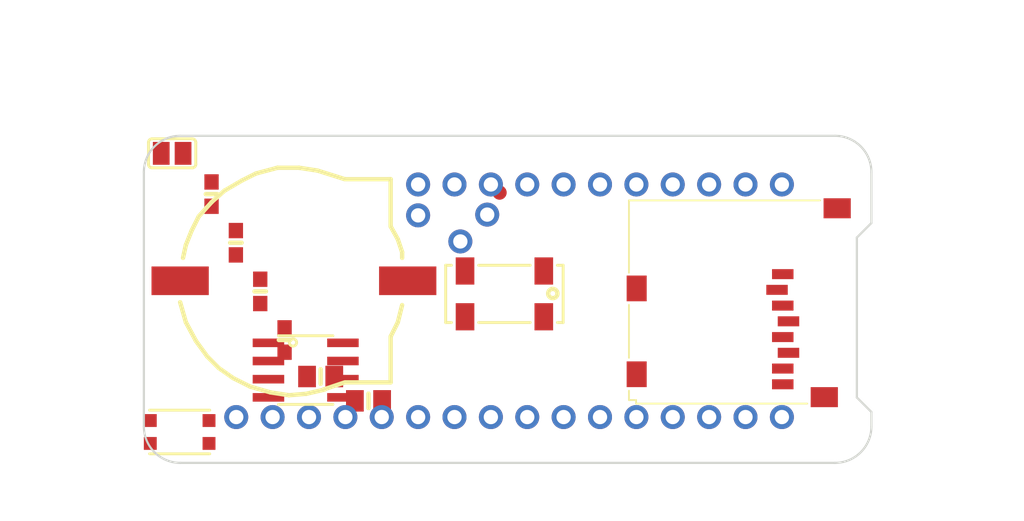
<source format=kicad_pcb>
 ( kicad_pcb  ( version 20171130 )
 ( host pcbnew "(5.1.4-0-10_14)" )
 ( general  ( thickness 1.6 )
 ( drawings 19 )
 ( tracks 0 )
 ( zones 0 )
 ( modules 18 )
 ( nets 35 )
)
 ( page A4 )
 ( layers  ( 0 Top signal )
 ( 31 Bottom signal )
 ( 32 B.Adhes user )
 ( 33 F.Adhes user )
 ( 34 B.Paste user )
 ( 35 F.Paste user )
 ( 36 B.SilkS user )
 ( 37 F.SilkS user )
 ( 38 B.Mask user )
 ( 39 F.Mask user )
 ( 40 Dwgs.User user )
 ( 41 Cmts.User user )
 ( 42 Eco1.User user )
 ( 43 Eco2.User user )
 ( 44 Edge.Cuts user )
 ( 45 Margin user )
 ( 46 B.CrtYd user hide )
 ( 47 F.CrtYd user )
 ( 48 B.Fab user )
 ( 49 F.Fab user )
)
 ( setup  ( last_trace_width 0.1524 )
 ( trace_clearance 0.1524 )
 ( zone_clearance 0.508 )
 ( zone_45_only no )
 ( trace_min 0.1524 )
 ( via_size 0.8001 )
 ( via_drill 0.4 )
 ( via_min_size 0.8001 )
 ( via_min_drill 0.3 )
 ( uvia_size 0.3 )
 ( uvia_drill 0.1 )
 ( uvias_allowed yes )
 ( uvia_min_size 0.2 )
 ( uvia_min_drill 0.1 )
 ( edge_width 0.05 )
 ( segment_width 0.2 )
 ( pcb_text_width 0.3 )
 ( pcb_text_size 1.5 1.5 )
 ( mod_edge_width 0.12 )
 ( mod_text_size 1 1 )
 ( mod_text_width 0.15 )
 ( pad_size 1.524 1.524 )
 ( pad_drill 0.762 )
 ( pad_to_mask_clearance 0.051 )
 ( solder_mask_min_width 0.25 )
 ( aux_axis_origin 0 0 )
 ( visible_elements FFFFEF7F )
 ( pcbplotparams  ( layerselection 0x010fc_ffffffff )
 ( usegerberextensions false )
 ( usegerberattributes false )
 ( usegerberadvancedattributes false )
 ( creategerberjobfile false )
 ( excludeedgelayer true )
 ( linewidth 0.100000 )
 ( plotframeref false )
 ( viasonmask false )
 ( mode 1 )
 ( useauxorigin false )
 ( hpglpennumber 1 )
 ( hpglpenspeed 20 )
 ( hpglpendiameter 15.000000 )
 ( psnegative false )
 ( psa4output false )
 ( plotreference true )
 ( plotvalue true )
 ( plotinvisibletext false )
 ( padsonsilk false )
 ( subtractmaskfromsilk false )
 ( outputformat 1 )
 ( mirror false )
 ( drillshape 1 )
 ( scaleselection 1 )
 ( outputdirectory "" )
)
)
 ( net 0 "" )
 ( net 1 G )
 ( net 2 TX )
 ( net 3 RX )
 ( net 4 F )
 ( net 5 E )
 ( net 6 D )
 ( net 7 C )
 ( net 8 B )
 ( net 9 A )
 ( net 10 AREF )
 ( net 11 USB )
 ( net 12 N )
 ( net 13 M )
 ( net 14 L )
 ( net 15 J )
 ( net 16 I )
 ( net 17 H )
 ( net 18 SCL )
 ( net 19 SDA )
 ( net 20 GND )
 ( net 21 MOSI )
 ( net 22 MISO )
 ( net 23 SCK )
 ( net 24 +3V3 )
 ( net 25 SD_CS )
 ( net 26 RESET )
 ( net 27 N$7 )
 ( net 28 N$8 )
 ( net 29 VBAT )
 ( net 30 EN )
 ( net 31 CR1220 )
 ( net 32 INT1 )
 ( net 33 CS )
 ( net 34 N$1 )
 ( net_class Default "This is the default net class."  ( clearance 0.1524 )
 ( trace_width 0.1524 )
 ( via_dia 0.8001 )
 ( via_drill 0.4 )
 ( uvia_dia 0.3 )
 ( uvia_drill 0.1 )
 ( add_net +3V3 )
 ( add_net A )
 ( add_net AREF )
 ( add_net B )
 ( add_net C )
 ( add_net CR1220 )
 ( add_net CS )
 ( add_net D )
 ( add_net E )
 ( add_net EN )
 ( add_net F )
 ( add_net G )
 ( add_net GND )
 ( add_net H )
 ( add_net I )
 ( add_net INT1 )
 ( add_net J )
 ( add_net L )
 ( add_net M )
 ( add_net MISO )
 ( add_net MOSI )
 ( add_net N )
 ( add_net N$1 )
 ( add_net N$7 )
 ( add_net N$8 )
 ( add_net RESET )
 ( add_net RX )
 ( add_net SCK )
 ( add_net SCL )
 ( add_net SDA )
 ( add_net SD_CS )
 ( add_net TX )
 ( add_net USB )
 ( add_net VBAT )
)
 ( module MICROSD locked  ( layer Top )
 ( tedit 5ECD63E1 )
 ( tstamp 5D7BF619 )
 ( at 167.232000 105.256000 90.000000 )
 ( descr "Courtesy: Adafruit Industries" )
 ( fp_text reference X4  ( at -5.805 -2.47 90 )
 ( layer F.SilkS )
hide  ( effects  ( font  ( size 0.77216 0.77216 )
 ( thickness 0.146304 )
)
 ( justify left bottom )
)
)
 ( fp_text value microsd  ( at -5.805 -1.327 90 )
 ( layer F.Fab )
hide  ( effects  ( font  ( size 0.38608 0.38608 )
 ( thickness 0.04064 )
)
 ( justify left bottom )
)
)
 ( fp_line  ( start 7.165 -10.26 )
 ( end 7.165 3.09 )
 ( layer F.SilkS )
 ( width 0.127 )
)
 ( fp_line  ( start 2.115 -10.26 )
 ( end 7.165 -10.26 )
 ( layer F.SilkS )
 ( width 0.127 )
)
 ( fp_line  ( start -3.835 -10.26 )
 ( end -0.135 -10.26 )
 ( layer F.SilkS )
 ( width 0.127 )
)
 ( fp_line  ( start -7.035 -9.76 )
 ( end -7.035 2.19 )
 ( layer F.SilkS )
 ( width 0.127 )
)
 ( fp_line  ( start -6.785 -9.76 )
 ( end -7.035 -9.76 )
 ( layer F.SilkS )
 ( width 0.127 )
)
 ( fp_line  ( start -6.785 -10.26 )
 ( end -6.785 -9.76 )
 ( layer F.SilkS )
 ( width 0.127 )
)
 ( fp_line  ( start -6.135 -10.26 )
 ( end -6.785 -10.26 )
 ( layer F.SilkS )
 ( width 0.127 )
)
 ( fp_line  ( start 4.305 9.36 )
 ( end 4.305 6.51 )
 ( layer F.Fab )
 ( width 0.1 )
)
 ( fp_arc  ( start 3.455 9.36 )
 ( end 3.455 10.21 )
 ( angle -90 )
 ( layer F.Fab )
 ( width 0.1 )
)
 ( fp_line  ( start -5.845 10.21 )
 ( end 3.455 10.21 )
 ( layer F.Fab )
 ( width 0.1 )
)
 ( fp_arc  ( start -5.845 9.36 )
 ( end -6.695 9.36 )
 ( angle -90 )
 ( layer F.Fab )
 ( width 0.1 )
)
 ( fp_line  ( start -6.695 6.56 )
 ( end -6.695 9.36 )
 ( layer F.Fab )
 ( width 0.1 )
)
 ( fp_arc  ( start 3.455 5.91 )
 ( end 3.455 6.76 )
 ( angle -90 )
 ( layer F.Fab )
 ( width 0.1 )
)
 ( fp_line  ( start -5.845 6.76 )
 ( end 3.455 6.76 )
 ( layer F.Fab )
 ( width 0.1 )
)
 ( fp_arc  ( start -5.845 5.91 )
 ( end -6.695 5.91 )
 ( angle -90 )
 ( layer F.Fab )
 ( width 0.1 )
)
 ( fp_line  ( start -6.695 5.76 )
 ( end -6.695 5.91 )
 ( layer F.Fab )
 ( width 0.1 )
)
 ( fp_line  ( start 4.305 5.26 )
 ( end 4.305 3.96 )
 ( layer F.Fab )
 ( width 0.1 )
)
 ( fp_arc  ( start 3.555 5.26 )
 ( end 3.555 6.01 )
 ( angle -90 )
 ( layer F.Fab )
 ( width 0.1 )
)
 ( fp_line  ( start -5.895 6.01 )
 ( end 3.555 6.01 )
 ( layer F.Fab )
 ( width 0.1 )
)
 ( fp_arc  ( start -5.895 5.26 )
 ( end -6.645 5.26 )
 ( angle -90 )
 ( layer F.Fab )
 ( width 0.1 )
)
 ( fp_line  ( start -6.645 3.96 )
 ( end -6.645 5.26 )
 ( layer F.Fab )
 ( width 0.1 )
)
 ( fp_line  ( start 2.205 1.01 )
 ( end 2.205 -0.34 )
 ( layer F.Fab )
 ( width 0.1 )
)
 ( fp_line  ( start 1.805 1.01 )
 ( end 2.205 1.01 )
 ( layer F.Fab )
 ( width 0.1 )
)
 ( fp_line  ( start 1.805 -0.39 )
 ( end 1.805 1.01 )
 ( layer F.Fab )
 ( width 0.1 )
)
 ( fp_line  ( start 1.105 0.66 )
 ( end 1.105 -0.39 )
 ( layer F.Fab )
 ( width 0.1 )
)
 ( fp_line  ( start 0.705 0.66 )
 ( end 1.105 0.66 )
 ( layer F.Fab )
 ( width 0.1 )
)
 ( fp_line  ( start 0.705 -0.39 )
 ( end 0.705 0.66 )
 ( layer F.Fab )
 ( width 0.1 )
)
 ( fp_line  ( start 0.005 1.06 )
 ( end 0.005 -0.34 )
 ( layer F.Fab )
 ( width 0.1 )
)
 ( fp_line  ( start -0.395 1.06 )
 ( end 0.005 1.06 )
 ( layer F.Fab )
 ( width 0.1 )
)
 ( fp_line  ( start -0.395 -0.39 )
 ( end -0.395 1.06 )
 ( layer F.Fab )
 ( width 0.1 )
)
 ( fp_line  ( start -1.095 1.21 )
 ( end -1.445 1.21 )
 ( layer F.Fab )
 ( width 0.1 )
)
 ( fp_line  ( start -1.095 -0.24 )
 ( end -1.095 1.21 )
 ( layer F.Fab )
 ( width 0.1 )
)
 ( fp_line  ( start -0.745 -0.24 )
 ( end -0.745 -0.39 )
 ( layer F.Fab )
 ( width 0.1 )
)
 ( fp_line  ( start -1.095 -0.24 )
 ( end -0.745 -0.24 )
 ( layer F.Fab )
 ( width 0.1 )
)
 ( fp_line  ( start -1.495 -0.24 )
 ( end -1.095 -0.24 )
 ( layer F.Fab )
 ( width 0.1 )
)
 ( fp_line  ( start -2.195 1.06 )
 ( end -2.195 -0.24 )
 ( layer F.Fab )
 ( width 0.1 )
)
 ( fp_line  ( start -2.595 1.06 )
 ( end -2.195 1.06 )
 ( layer F.Fab )
 ( width 0.1 )
)
 ( fp_line  ( start -2.595 -0.39 )
 ( end -2.595 1.06 )
 ( layer F.Fab )
 ( width 0.1 )
)
 ( fp_line  ( start -3.245 1.26 )
 ( end -3.245 -0.19 )
 ( layer F.Fab )
 ( width 0.1 )
)
 ( fp_line  ( start -3.695 1.26 )
 ( end -3.245 1.26 )
 ( layer F.Fab )
 ( width 0.1 )
)
 ( fp_line  ( start -3.695 -0.19 )
 ( end -3.695 1.26 )
 ( layer F.Fab )
 ( width 0.1 )
)
 ( fp_line  ( start -2.945 -0.19 )
 ( end -2.945 -0.39 )
 ( layer F.Fab )
 ( width 0.1 )
)
 ( fp_line  ( start -3.245 -0.19 )
 ( end -2.945 -0.19 )
 ( layer F.Fab )
 ( width 0.1 )
)
 ( fp_line  ( start -3.695 -0.19 )
 ( end -3.245 -0.19 )
 ( layer F.Fab )
 ( width 0.1 )
)
 ( fp_line  ( start -4.045 -0.19 )
 ( end -3.695 -0.19 )
 ( layer F.Fab )
 ( width 0.1 )
)
 ( fp_line  ( start -4.045 -0.39 )
 ( end -4.045 -0.19 )
 ( layer F.Fab )
 ( width 0.1 )
)
 ( fp_line  ( start -4.395 1.01 )
 ( end -4.395 -0.39 )
 ( layer F.Fab )
 ( width 0.1 )
)
 ( fp_line  ( start -4.795 1.01 )
 ( end -4.395 1.01 )
 ( layer F.Fab )
 ( width 0.1 )
)
 ( fp_line  ( start -4.795 -0.39 )
 ( end -4.795 1.01 )
 ( layer F.Fab )
 ( width 0.1 )
)
 ( fp_line  ( start -5.495 1.01 )
 ( end -5.495 -0.39 )
 ( layer F.Fab )
 ( width 0.1 )
)
 ( fp_line  ( start -5.895 1.01 )
 ( end -5.495 1.01 )
 ( layer F.Fab )
 ( width 0.1 )
)
 ( fp_line  ( start -5.895 -0.34 )
 ( end -5.895 1.01 )
 ( layer F.Fab )
 ( width 0.1 )
)
 ( fp_line  ( start 1.405 -9.39 )
 ( end 1.405 -9.99 )
 ( layer F.Fab )
 ( width 0.1 )
)
 ( fp_line  ( start 1.305 -9.39 )
 ( end 1.405 -9.39 )
 ( layer F.Fab )
 ( width 0.1 )
)
 ( fp_line  ( start 0.205 -9.39 )
 ( end 0.205 -9.99 )
 ( layer F.Fab )
 ( width 0.1 )
)
 ( fp_line  ( start 0.405 -9.39 )
 ( end 0.205 -9.39 )
 ( layer F.Fab )
 ( width 0.1 )
)
 ( fp_line  ( start 1.305 -9.24 )
 ( end 1.555 -9.24 )
 ( layer F.Fab )
 ( width 0.1 )
)
 ( fp_line  ( start 0.405 -9.24 )
 ( end 0.105 -9.24 )
 ( layer F.Fab )
 ( width 0.1 )
)
 ( fp_line  ( start 0.155 -4.24 )
 ( end 1.455 -4.24 )
 ( layer F.Fab )
 ( width 0.1 )
)
 ( fp_line  ( start 0.405 -9.69 )
 ( end 0.155 -4.24 )
 ( layer F.Fab )
 ( width 0.1 )
)
 ( fp_line  ( start 0.405 -9.74 )
 ( end 0.405 -9.69 )
 ( layer F.Fab )
 ( width 0.1 )
)
 ( fp_arc  ( start 0.555 -9.69 )
 ( end 0.605 -9.84 )
 ( angle -90 )
 ( layer F.Fab )
 ( width 0.1 )
)
 ( fp_line  ( start 0.605 -8.89 )
 ( end 0.605 -9.84 )
 ( layer F.Fab )
 ( width 0.1 )
)
 ( fp_arc  ( start 0.855 -8.89 )
 ( end 0.855 -8.64 )
 ( angle 90 )
 ( layer F.Fab )
 ( width 0.1 )
)
 ( fp_line  ( start 0.805 -8.64 )
 ( end 0.855 -8.64 )
 ( layer F.Fab )
 ( width 0.1 )
)
 ( fp_arc  ( start 0.805 -8.89 )
 ( end 1.055 -8.89 )
 ( angle 90 )
 ( layer F.Fab )
 ( width 0.1 )
)
 ( fp_line  ( start 1.055 -9.84 )
 ( end 1.055 -8.89 )
 ( layer F.Fab )
 ( width 0.1 )
)
 ( fp_arc  ( start 1.055 -9.64 )
 ( end 1.255 -9.64 )
 ( angle -90 )
 ( layer F.Fab )
 ( width 0.1 )
)
 ( fp_line  ( start 1.255 -9.59 )
 ( end 1.255 -9.64 )
 ( layer F.Fab )
 ( width 0.1 )
)
 ( fp_line  ( start 1.455 -4.24 )
 ( end 1.255 -9.59 )
 ( layer F.Fab )
 ( width 0.1 )
)
 ( fp_arc  ( start 1.605 -4.24 )
 ( end 1.605 -4.09 )
 ( angle 90 )
 ( layer F.Fab )
 ( width 0.1 )
)
 ( fp_arc  ( start 1.605 -4.24 )
 ( end 1.755 -4.24 )
 ( angle 90 )
 ( layer F.Fab )
 ( width 0.1 )
)
 ( fp_line  ( start 1.755 -4.29 )
 ( end 1.755 -4.24 )
 ( layer F.Fab )
 ( width 0.1 )
)
 ( fp_line  ( start 1.505 -10.19 )
 ( end 1.755 -4.29 )
 ( layer F.Fab )
 ( width 0.1 )
)
 ( fp_line  ( start 0.155 -10.04 )
 ( end 1.505 -10.04 )
 ( layer F.Fab )
 ( width 0.1 )
)
 ( fp_line  ( start -0.145 -4.24 )
 ( end 0.105 -10.19 )
 ( layer F.Fab )
 ( width 0.1 )
)
 ( fp_arc  ( start 0.005 -4.24 )
 ( end 0.005 -4.09 )
 ( angle 90 )
 ( layer F.Fab )
 ( width 0.1 )
)
 ( fp_arc  ( start 0.005 -4.24 )
 ( end 0.155 -4.24 )
 ( angle 90 )
 ( layer F.Fab )
 ( width 0.1 )
)
 ( fp_line  ( start -4.295 -9.39 )
 ( end -4.295 -9.99 )
 ( layer F.Fab )
 ( width 0.1 )
)
 ( fp_line  ( start -4.395 -9.39 )
 ( end -4.295 -9.39 )
 ( layer F.Fab )
 ( width 0.1 )
)
 ( fp_line  ( start -5.495 -9.39 )
 ( end -5.495 -9.99 )
 ( layer F.Fab )
 ( width 0.1 )
)
 ( fp_line  ( start -5.295 -9.39 )
 ( end -5.495 -9.39 )
 ( layer F.Fab )
 ( width 0.1 )
)
 ( fp_line  ( start -4.395 -9.24 )
 ( end -4.145 -9.24 )
 ( layer F.Fab )
 ( width 0.1 )
)
 ( fp_line  ( start -5.295 -9.24 )
 ( end -5.595 -9.24 )
 ( layer F.Fab )
 ( width 0.1 )
)
 ( fp_line  ( start -5.545 -4.24 )
 ( end -4.245 -4.24 )
 ( layer F.Fab )
 ( width 0.1 )
)
 ( fp_line  ( start -5.295 -9.69 )
 ( end -5.545 -4.24 )
 ( layer F.Fab )
 ( width 0.1 )
)
 ( fp_line  ( start -5.295 -9.74 )
 ( end -5.295 -9.69 )
 ( layer F.Fab )
 ( width 0.1 )
)
 ( fp_arc  ( start -5.145 -9.69 )
 ( end -5.095 -9.84 )
 ( angle -90 )
 ( layer F.Fab )
 ( width 0.1 )
)
 ( fp_line  ( start -5.095 -8.89 )
 ( end -5.095 -9.84 )
 ( layer F.Fab )
 ( width 0.1 )
)
 ( fp_arc  ( start -4.845 -8.89 )
 ( end -4.845 -8.64 )
 ( angle 90 )
 ( layer F.Fab )
 ( width 0.1 )
)
 ( fp_line  ( start -4.895 -8.64 )
 ( end -4.845 -8.64 )
 ( layer F.Fab )
 ( width 0.1 )
)
 ( fp_arc  ( start -4.895 -8.89 )
 ( end -4.645 -8.89 )
 ( angle 90 )
 ( layer F.Fab )
 ( width 0.1 )
)
 ( fp_line  ( start -4.645 -9.84 )
 ( end -4.645 -8.89 )
 ( layer F.Fab )
 ( width 0.1 )
)
 ( fp_arc  ( start -4.645 -9.64 )
 ( end -4.445 -9.64 )
 ( angle -90 )
 ( layer F.Fab )
 ( width 0.1 )
)
 ( fp_line  ( start -4.445 -9.59 )
 ( end -4.445 -9.64 )
 ( layer F.Fab )
 ( width 0.1 )
)
 ( fp_line  ( start -4.245 -4.24 )
 ( end -4.445 -9.59 )
 ( layer F.Fab )
 ( width 0.1 )
)
 ( fp_arc  ( start -4.095 -4.24 )
 ( end -4.095 -4.09 )
 ( angle 90 )
 ( layer F.Fab )
 ( width 0.1 )
)
 ( fp_arc  ( start -4.095 -4.24 )
 ( end -3.945 -4.24 )
 ( angle 90 )
 ( layer F.Fab )
 ( width 0.1 )
)
 ( fp_line  ( start -3.945 -4.29 )
 ( end -3.945 -4.24 )
 ( layer F.Fab )
 ( width 0.1 )
)
 ( fp_line  ( start -4.195 -10.19 )
 ( end -3.945 -4.29 )
 ( layer F.Fab )
 ( width 0.1 )
)
 ( fp_line  ( start -5.545 -10.04 )
 ( end -4.195 -10.04 )
 ( layer F.Fab )
 ( width 0.1 )
)
 ( fp_line  ( start -5.845 -4.24 )
 ( end -5.595 -10.19 )
 ( layer F.Fab )
 ( width 0.1 )
)
 ( fp_arc  ( start -5.695 -4.24 )
 ( end -5.695 -4.09 )
 ( angle 90 )
 ( layer F.Fab )
 ( width 0.1 )
)
 ( fp_arc  ( start -5.695 -4.24 )
 ( end -5.545 -4.24 )
 ( angle 90 )
 ( layer F.Fab )
 ( width 0.1 )
)
 ( fp_line  ( start 3.005 -3.79 )
 ( end 3.005 -6.29 )
 ( layer F.Fab )
 ( width 0.1 )
)
 ( fp_arc  ( start 3.205 -3.79 )
 ( end 3.205 -3.59 )
 ( angle 90 )
 ( layer F.Fab )
 ( width 0.1 )
)
 ( fp_line  ( start 3.255 -3.59 )
 ( end 3.205 -3.59 )
 ( layer F.Fab )
 ( width 0.1 )
)
 ( fp_arc  ( start 3.255 -3.84 )
 ( end 3.505 -3.84 )
 ( angle 90 )
 ( layer F.Fab )
 ( width 0.1 )
)
 ( fp_line  ( start 3.505 -6.29 )
 ( end 3.505 -3.84 )
 ( layer F.Fab )
 ( width 0.1 )
)
 ( fp_arc  ( start 3.305 -6.29 )
 ( end 3.305 -6.49 )
 ( angle 90 )
 ( layer F.Fab )
 ( width 0.1 )
)
 ( fp_line  ( start 3.205 -6.49 )
 ( end 3.305 -6.49 )
 ( layer F.Fab )
 ( width 0.1 )
)
 ( fp_arc  ( start 3.205 -6.29 )
 ( end 3.005 -6.29 )
 ( angle 90 )
 ( layer F.Fab )
 ( width 0.1 )
)
 ( fp_arc  ( start -5.695 -0.04 )
 ( end -6.045 -0.04 )
 ( angle 90 )
 ( layer F.Fab )
 ( width 0.1 )
)
 ( fp_line  ( start -6.045 1.06 )
 ( end -6.045 -0.04 )
 ( layer F.Fab )
 ( width 0.1 )
)
 ( fp_arc  ( start -5.695 1.06 )
 ( end -5.695 1.41 )
 ( angle 90 )
 ( layer F.Fab )
 ( width 0.1 )
)
 ( fp_line  ( start -2.495 1.41 )
 ( end -5.695 1.41 )
 ( layer F.Fab )
 ( width 0.1 )
)
 ( fp_arc  ( start -2.495 1.06 )
 ( end -2.145 1.06 )
 ( angle 90 )
 ( layer F.Fab )
 ( width 0.1 )
)
 ( fp_line  ( start -2.145 -0.14 )
 ( end -2.145 1.06 )
 ( layer F.Fab )
 ( width 0.1 )
)
 ( fp_arc  ( start -2.395 -0.14 )
 ( end -2.395 -0.39 )
 ( angle 90 )
 ( layer F.Fab )
 ( width 0.1 )
)
 ( fp_line  ( start -2.595 -0.39 )
 ( end -2.395 -0.39 )
 ( layer F.Fab )
 ( width 0.1 )
)
 ( fp_line  ( start -2.945 -0.39 )
 ( end -2.595 -0.39 )
 ( layer F.Fab )
 ( width 0.1 )
)
 ( fp_line  ( start -4.045 -0.39 )
 ( end -2.945 -0.39 )
 ( layer F.Fab )
 ( width 0.1 )
)
 ( fp_line  ( start -4.395 -0.39 )
 ( end -4.045 -0.39 )
 ( layer F.Fab )
 ( width 0.1 )
)
 ( fp_line  ( start -4.795 -0.39 )
 ( end -4.395 -0.39 )
 ( layer F.Fab )
 ( width 0.1 )
)
 ( fp_line  ( start -5.495 -0.39 )
 ( end -4.795 -0.39 )
 ( layer F.Fab )
 ( width 0.1 )
)
 ( fp_line  ( start -5.695 -0.39 )
 ( end -5.495 -0.39 )
 ( layer F.Fab )
 ( width 0.1 )
)
 ( fp_arc  ( start -1.245 -0.09 )
 ( end -1.545 -0.09 )
 ( angle 90 )
 ( layer F.Fab )
 ( width 0.1 )
)
 ( fp_line  ( start -1.545 1.06 )
 ( end -1.545 -0.09 )
 ( layer F.Fab )
 ( width 0.1 )
)
 ( fp_arc  ( start -1.195 1.06 )
 ( end -1.195 1.41 )
 ( angle 90 )
 ( layer F.Fab )
 ( width 0.1 )
)
 ( fp_line  ( start 2.005 1.41 )
 ( end -1.195 1.41 )
 ( layer F.Fab )
 ( width 0.1 )
)
 ( fp_arc  ( start 2.005 1.06 )
 ( end 2.355 1.06 )
 ( angle 90 )
 ( layer F.Fab )
 ( width 0.1 )
)
 ( fp_line  ( start 2.355 -0.09 )
 ( end 2.355 1.06 )
 ( layer F.Fab )
 ( width 0.1 )
)
 ( fp_arc  ( start 2.055 -0.09 )
 ( end 2.055 -0.39 )
 ( angle 90 )
 ( layer F.Fab )
 ( width 0.1 )
)
 ( fp_line  ( start 1.805 -0.39 )
 ( end 2.055 -0.39 )
 ( layer F.Fab )
 ( width 0.1 )
)
 ( fp_line  ( start 1.105 -0.39 )
 ( end 1.805 -0.39 )
 ( layer F.Fab )
 ( width 0.1 )
)
 ( fp_line  ( start 0.705 -0.39 )
 ( end 1.105 -0.39 )
 ( layer F.Fab )
 ( width 0.1 )
)
 ( fp_line  ( start -0.395 -0.39 )
 ( end 0.705 -0.39 )
 ( layer F.Fab )
 ( width 0.1 )
)
 ( fp_line  ( start -0.745 -0.39 )
 ( end -0.395 -0.39 )
 ( layer F.Fab )
 ( width 0.1 )
)
 ( fp_line  ( start -1.245 -0.39 )
 ( end -0.745 -0.39 )
 ( layer F.Fab )
 ( width 0.1 )
)
 ( fp_line  ( start 4.955 -3.69 )
 ( end 7.055 -3.69 )
 ( layer F.Fab )
 ( width 0.1 )
)
 ( fp_arc  ( start 4.955 -3.34 )
 ( end 4.605 -3.34 )
 ( angle 90 )
 ( layer F.Fab )
 ( width 0.1 )
)
 ( fp_line  ( start 4.605 -2.04 )
 ( end 4.605 -3.34 )
 ( layer F.Fab )
 ( width 0.1 )
)
 ( fp_arc  ( start 4.655 -2.04 )
 ( end 4.655 -1.99 )
 ( angle 90 )
 ( layer F.Fab )
 ( width 0.1 )
)
 ( fp_line  ( start 4.855 -1.79 )
 ( end 4.655 -1.99 )
 ( layer F.Fab )
 ( width 0.1 )
)
 ( fp_line  ( start 4.855 2.16 )
 ( end 4.855 -1.79 )
 ( layer F.Fab )
 ( width 0.1 )
)
 ( fp_arc  ( start 5.055 2.16 )
 ( end 5.055 2.36 )
 ( angle 90 )
 ( layer F.Fab )
 ( width 0.1 )
)
 ( fp_line  ( start 5.105 2.36 )
 ( end 5.055 2.36 )
 ( layer F.Fab )
 ( width 0.1 )
)
 ( fp_arc  ( start 5.105 2.16 )
 ( end 5.305 2.16 )
 ( angle 90 )
 ( layer F.Fab )
 ( width 0.1 )
)
 ( fp_line  ( start 5.455 -1.99 )
 ( end 5.305 2.16 )
 ( layer F.Fab )
 ( width 0.1 )
)
 ( fp_arc  ( start 5.255 -1.99 )
 ( end 5.255 -2.19 )
 ( angle 90 )
 ( layer F.Fab )
 ( width 0.1 )
)
 ( fp_line  ( start 5.205 -2.19 )
 ( end 5.255 -2.19 )
 ( layer F.Fab )
 ( width 0.1 )
)
 ( fp_arc  ( start 5.205 -2.34 )
 ( end 5.055 -2.34 )
 ( angle -90 )
 ( layer F.Fab )
 ( width 0.1 )
)
 ( fp_line  ( start 5.055 -3.14 )
 ( end 5.055 -2.34 )
 ( layer F.Fab )
 ( width 0.1 )
)
 ( fp_arc  ( start 5.205 -3.14 )
 ( end 5.205 -3.29 )
 ( angle -90 )
 ( layer F.Fab )
 ( width 0.1 )
)
 ( fp_line  ( start 6.255 -3.29 )
 ( end 5.205 -3.29 )
 ( layer F.Fab )
 ( width 0.1 )
)
 ( fp_arc  ( start 6.255 -3.14 )
 ( end 6.405 -3.14 )
 ( angle -90 )
 ( layer F.Fab )
 ( width 0.1 )
)
 ( fp_line  ( start 6.405 -2.44 )
 ( end 6.405 -3.14 )
 ( layer F.Fab )
 ( width 0.1 )
)
 ( fp_arc  ( start 6.155 -2.44 )
 ( end 6.155 -2.19 )
 ( angle -90 )
 ( layer F.Fab )
 ( width 0.1 )
)
 ( fp_arc  ( start 6.155 -2.04 )
 ( end 6.005 -2.04 )
 ( angle 90 )
 ( layer F.Fab )
 ( width 0.1 )
)
 ( fp_line  ( start 6.105 2.16 )
 ( end 6.005 -2.04 )
 ( layer F.Fab )
 ( width 0.1 )
)
 ( fp_arc  ( start 6.305 2.16 )
 ( end 6.305 2.36 )
 ( angle 90 )
 ( layer F.Fab )
 ( width 0.1 )
)
 ( fp_line  ( start 7.055 2.36 )
 ( end 6.305 2.36 )
 ( layer F.Fab )
 ( width 0.1 )
)
 ( fp_arc  ( start 6.755 3.86 )
 ( end 6.955 3.86 )
 ( angle -90 )
 ( layer F.Fab )
 ( width 0.1 )
)
 ( fp_arc  ( start 6.805 3.86 )
 ( end 6.805 4.01 )
 ( angle -90 )
 ( layer F.Fab )
 ( width 0.1 )
)
 ( fp_line  ( start 6.755 4.01 )
 ( end 6.805 4.01 )
 ( layer F.Fab )
 ( width 0.1 )
)
 ( fp_arc  ( start 6.755 4.16 )
 ( end 6.605 4.16 )
 ( angle 90 )
 ( layer F.Fab )
 ( width 0.1 )
)
 ( fp_line  ( start 6.605 4.46 )
 ( end 6.605 4.16 )
 ( layer F.Fab )
 ( width 0.1 )
)
 ( fp_arc  ( start 6.755 4.46 )
 ( end 6.755 4.61 )
 ( angle 90 )
 ( layer F.Fab )
 ( width 0.1 )
)
 ( fp_line  ( start 6.805 4.61 )
 ( end 6.755 4.61 )
 ( layer F.Fab )
 ( width 0.1 )
)
 ( fp_arc  ( start 6.805 4.76 )
 ( end 6.955 4.76 )
 ( angle -90 )
 ( layer F.Fab )
 ( width 0.1 )
)
 ( fp_line  ( start 6.955 4.86 )
 ( end 6.955 4.76 )
 ( layer F.Fab )
 ( width 0.1 )
)
 ( fp_line  ( start 6.355 3.66 )
 ( end 6.355 4.96 )
 ( layer F.Fab )
 ( width 0.1 )
)
 ( fp_line  ( start 6.655 3.51 )
 ( end 6.655 3.31 )
 ( layer F.Fab )
 ( width 0.1 )
)
 ( fp_line  ( start 6.655 3.51 )
 ( end 6.805 3.51 )
 ( layer F.Fab )
 ( width 0.1 )
)
 ( fp_line  ( start 6.005 3.51 )
 ( end 6.655 3.51 )
 ( layer F.Fab )
 ( width 0.1 )
)
 ( fp_line  ( start 6.805 3.31 )
 ( end 6.805 3.51 )
 ( layer F.Fab )
 ( width 0.1 )
)
 ( fp_line  ( start 4.355 4.36 )
 ( end 3.855 3.81 )
 ( layer F.Fab )
 ( width 0.1 )
)
 ( fp_line  ( start 4.555 4.36 )
 ( end 4.355 4.36 )
 ( layer F.Fab )
 ( width 0.1 )
)
 ( fp_arc  ( start 4.505 4.76 )
 ( end 4.355 4.76 )
 ( angle 90 )
 ( layer F.Fab )
 ( width 0.1 )
)
 ( fp_line  ( start 4.505 4.91 )
 ( end 4.355 4.76 )
 ( layer F.Fab )
 ( width 0.1 )
)
 ( fp_line  ( start 3.505 4.76 )
 ( end 4.355 4.76 )
 ( layer F.Fab )
 ( width 0.1 )
)
 ( fp_line  ( start 4.005 4.56 )
 ( end 3.505 4.56 )
 ( layer F.Fab )
 ( width 0.1 )
)
 ( fp_line  ( start 4.005 4.56 )
 ( end 4.505 4.56 )
 ( layer F.Fab )
 ( width 0.1 )
)
 ( fp_line  ( start 3.505 4.06 )
 ( end 4.005 4.56 )
 ( layer F.Fab )
 ( width 0.1 )
)
 ( fp_line  ( start 3.505 3.71 )
 ( end 3.505 4.06 )
 ( layer F.Fab )
 ( width 0.1 )
)
 ( fp_line  ( start 3.505 4.36 )
 ( end 3.755 4.36 )
 ( layer F.Fab )
 ( width 0.1 )
)
 ( fp_line  ( start 3.505 4.56 )
 ( end 3.505 4.36 )
 ( layer F.Fab )
 ( width 0.1 )
)
 ( fp_line  ( start 3.505 4.76 )
 ( end 3.505 4.56 )
 ( layer F.Fab )
 ( width 0.1 )
)
 ( fp_line  ( start 3.505 4.96 )
 ( end 3.505 4.76 )
 ( layer F.Fab )
 ( width 0.1 )
)
 ( fp_line  ( start 2.555 4.96 )
 ( end 2.555 3.46 )
 ( layer F.Fab )
 ( width 0.1 )
)
 ( fp_line  ( start 3.505 4.96 )
 ( end 2.555 4.96 )
 ( layer F.Fab )
 ( width 0.1 )
)
 ( fp_line  ( start 4.805 4.96 )
 ( end 3.505 4.96 )
 ( layer F.Fab )
 ( width 0.1 )
)
 ( fp_line  ( start 7.055 -7.84 )
 ( end 7.055 -10.19 )
 ( layer F.Fab )
 ( width 0.1 )
)
 ( fp_line  ( start 7.105 -7.84 )
 ( end 7.055 -7.84 )
 ( layer F.Fab )
 ( width 0.1 )
)
 ( fp_line  ( start 7.105 -6.79 )
 ( end 7.105 -7.84 )
 ( layer F.Fab )
 ( width 0.1 )
)
 ( fp_line  ( start 7.055 -6.79 )
 ( end 7.105 -6.79 )
 ( layer F.Fab )
 ( width 0.1 )
)
 ( fp_line  ( start 7.055 -3.69 )
 ( end 7.055 -6.79 )
 ( layer F.Fab )
 ( width 0.1 )
)
 ( fp_line  ( start 7.055 -2.64 )
 ( end 7.055 -3.69 )
 ( layer F.Fab )
 ( width 0.1 )
)
 ( fp_line  ( start 7.105 -2.64 )
 ( end 7.055 -2.64 )
 ( layer F.Fab )
 ( width 0.1 )
)
 ( fp_line  ( start 7.105 -1.59 )
 ( end 7.105 -2.64 )
 ( layer F.Fab )
 ( width 0.1 )
)
 ( fp_line  ( start 7.055 -1.59 )
 ( end 7.105 -1.59 )
 ( layer F.Fab )
 ( width 0.1 )
)
 ( fp_line  ( start 7.055 1.36 )
 ( end 7.055 -1.59 )
 ( layer F.Fab )
 ( width 0.1 )
)
 ( fp_line  ( start 7.105 1.36 )
 ( end 7.055 1.36 )
 ( layer F.Fab )
 ( width 0.1 )
)
 ( fp_line  ( start 7.105 2.36 )
 ( end 7.105 1.36 )
 ( layer F.Fab )
 ( width 0.1 )
)
 ( fp_line  ( start 7.055 2.36 )
 ( end 7.105 2.36 )
 ( layer F.Fab )
 ( width 0.1 )
)
 ( fp_line  ( start 7.055 3.26 )
 ( end 7.055 2.36 )
 ( layer F.Fab )
 ( width 0.1 )
)
 ( fp_line  ( start 6.155 3.26 )
 ( end 7.055 3.26 )
 ( layer F.Fab )
 ( width 0.1 )
)
 ( fp_arc  ( start 6.155 3.46 )
 ( end 5.955 3.46 )
 ( angle 90 )
 ( layer F.Fab )
 ( width 0.1 )
)
 ( fp_arc  ( start 6.155 3.46 )
 ( end 6.155 3.66 )
 ( angle 90 )
 ( layer F.Fab )
 ( width 0.1 )
)
 ( fp_line  ( start 6.355 3.66 )
 ( end 6.155 3.66 )
 ( layer F.Fab )
 ( width 0.1 )
)
 ( fp_line  ( start 6.755 3.66 )
 ( end 6.355 3.66 )
 ( layer F.Fab )
 ( width 0.1 )
)
 ( fp_arc  ( start 6.755 3.91 )
 ( end 7.005 3.91 )
 ( angle -90 )
 ( layer F.Fab )
 ( width 0.1 )
)
 ( fp_line  ( start 7.005 4.71 )
 ( end 7.005 3.91 )
 ( layer F.Fab )
 ( width 0.1 )
)
 ( fp_arc  ( start 6.755 4.71 )
 ( end 6.955 4.86 )
 ( angle -36.869898 )
 ( layer F.Fab )
 ( width 0.1 )
)
 ( fp_arc  ( start 6.754999 4.709999 )
 ( end 6.755 4.96 )
 ( angle -53.130102 )
 ( layer F.Fab )
 ( width 0.1 )
)
 ( fp_line  ( start 6.355 4.96 )
 ( end 6.755 4.96 )
 ( layer F.Fab )
 ( width 0.1 )
)
 ( fp_line  ( start 4.805 4.96 )
 ( end 6.355 4.96 )
 ( layer F.Fab )
 ( width 0.1 )
)
 ( fp_arc  ( start 4.805 4.71 )
 ( end 4.555 4.71 )
 ( angle -90 )
 ( layer F.Fab )
 ( width 0.1 )
)
 ( fp_line  ( start 4.555 4.36 )
 ( end 4.555 4.71 )
 ( layer F.Fab )
 ( width 0.1 )
)
 ( fp_line  ( start 4.555 4.11 )
 ( end 4.555 4.36 )
 ( layer F.Fab )
 ( width 0.1 )
)
 ( fp_arc  ( start 4.455 4.11 )
 ( end 4.455 4.01 )
 ( angle 90 )
 ( layer F.Fab )
 ( width 0.1 )
)
 ( fp_arc  ( start -1.245 19.670621 )
 ( end -6.945 4.01 )
 ( angle 40 )
 ( layer F.Fab )
 ( width 0.1 )
)
 ( fp_line  ( start -6.945 -0.74 )
 ( end -6.945 4.01 )
 ( layer F.Fab )
 ( width 0.1 )
)
 ( fp_line  ( start -6.995 -0.74 )
 ( end -6.945 -0.74 )
 ( layer F.Fab )
 ( width 0.1 )
)
 ( fp_line  ( start -6.995 -2.04 )
 ( end -6.995 -0.74 )
 ( layer F.Fab )
 ( width 0.1 )
)
 ( fp_line  ( start -6.945 -2.04 )
 ( end -6.995 -2.04 )
 ( layer F.Fab )
 ( width 0.1 )
)
 ( fp_line  ( start -6.945 -7.09 )
 ( end -6.945 -2.04 )
 ( layer F.Fab )
 ( width 0.1 )
)
 ( fp_line  ( start -6.995 -7.09 )
 ( end -6.945 -7.09 )
 ( layer F.Fab )
 ( width 0.1 )
)
 ( fp_line  ( start -6.995 -8.44 )
 ( end -6.995 -7.09 )
 ( layer F.Fab )
 ( width 0.1 )
)
 ( fp_line  ( start -6.945 -8.44 )
 ( end -6.995 -8.44 )
 ( layer F.Fab )
 ( width 0.1 )
)
 ( fp_line  ( start -6.945 -9.69 )
 ( end -6.945 -8.44 )
 ( layer F.Fab )
 ( width 0.1 )
)
 ( fp_line  ( start -6.695 -9.69 )
 ( end -6.945 -9.69 )
 ( layer F.Fab )
 ( width 0.1 )
)
 ( fp_line  ( start -6.695 -10.19 )
 ( end -6.695 -9.69 )
 ( layer F.Fab )
 ( width 0.1 )
)
 ( fp_line  ( start -5.595 -10.19 )
 ( end -6.695 -10.19 )
 ( layer F.Fab )
 ( width 0.1 )
)
 ( fp_line  ( start -4.195 -10.19 )
 ( end -5.595 -10.19 )
 ( layer F.Fab )
 ( width 0.1 )
)
 ( fp_line  ( start 3.405 -10.19 )
 ( end -4.195 -10.19 )
 ( layer F.Fab )
 ( width 0.1 )
)
 ( fp_line  ( start 3.405 -9.89 )
 ( end 3.405 -10.19 )
 ( layer F.Fab )
 ( width 0.1 )
)
 ( fp_arc  ( start 3.605 -9.89 )
 ( end 3.605 -9.69 )
 ( angle 90 )
 ( layer F.Fab )
 ( width 0.1 )
)
 ( fp_arc  ( start 3.605 -9.89 )
 ( end 3.805 -9.89 )
 ( angle 90 )
 ( layer F.Fab )
 ( width 0.1 )
)
 ( fp_line  ( start 3.805 -10.19 )
 ( end 3.805 -9.89 )
 ( layer F.Fab )
 ( width 0.1 )
)
 ( fp_line  ( start 6.005 -10.19 )
 ( end 3.805 -10.19 )
 ( layer F.Fab )
 ( width 0.1 )
)
 ( fp_line  ( start 6.005 -9.89 )
 ( end 6.005 -10.19 )
 ( layer F.Fab )
 ( width 0.1 )
)
 ( fp_arc  ( start 6.205 -9.89 )
 ( end 6.205 -9.69 )
 ( angle 90 )
 ( layer F.Fab )
 ( width 0.1 )
)
 ( fp_arc  ( start 6.205 -9.89 )
 ( end 6.405 -9.89 )
 ( angle 90 )
 ( layer F.Fab )
 ( width 0.1 )
)
 ( fp_line  ( start 6.405 -10.19 )
 ( end 6.405 -9.89 )
 ( layer F.Fab )
 ( width 0.1 )
)
 ( fp_line  ( start 7.055 -10.19 )
 ( end 6.405 -10.19 )
 ( layer F.Fab )
 ( width 0.1 )
)
 ( fp_poly  ( pts  ( xy 7.165 -10.26 )
 ( xy 7.215 5.04 )
 ( xy 4.615 5.04 )
 ( xy 4.615 11.24 )
 ( xy -6.86 11.19 )
 ( xy -6.91 -9.81 )
 ( xy -6.785 -9.76 )
 ( xy -6.785 -10.26 )
)
 ( layer F.CrtYd )
 ( width 0.1 )
)
 ( pad 1 smd rect  ( at 2.015 0.48 90.000000 )
 ( size 0.7 1.5 )
 ( layers Top F.Mask F.Paste )
 ( solder_mask_margin 0.0508 )
)
 ( pad 2 smd rect  ( at 0.915 0.08 90.000000 )
 ( size 0.7 1.5 )
 ( layers Top F.Mask F.Paste )
 ( net 25 SD_CS )
 ( solder_mask_margin 0.0508 )
)
 ( pad 3 smd rect  ( at -0.185 0.48 90.000000 )
 ( size 0.7 1.5 )
 ( layers Top F.Mask F.Paste )
 ( net 21 MOSI )
 ( solder_mask_margin 0.0508 )
)
 ( pad 4 smd rect  ( at -1.285 0.88 90.000000 )
 ( size 0.7 1.5 )
 ( layers Top F.Mask F.Paste )
 ( net 24 +3V3 )
 ( solder_mask_margin 0.0508 )
)
 ( pad 5 smd rect  ( at -2.385 0.48 90.000000 )
 ( size 0.7 1.5 )
 ( layers Top F.Mask F.Paste )
 ( net 23 SCK )
 ( solder_mask_margin 0.0508 )
)
 ( pad 6 smd rect  ( at -3.485 0.88 90.000000 )
 ( size 0.7 1.5 )
 ( layers Top F.Mask F.Paste )
 ( net 20 GND )
 ( solder_mask_margin 0.0508 )
)
 ( pad 7 smd rect  ( at -4.585 0.48 90.000000 )
 ( size 0.7 1.5 )
 ( layers Top F.Mask F.Paste )
 ( net 22 MISO )
 ( solder_mask_margin 0.0508 )
)
 ( pad 8 smd rect  ( at -5.685 0.48 90.000000 )
 ( size 0.7 1.5 )
 ( layers Top F.Mask F.Paste )
 ( solder_mask_margin 0.0508 )
)
 ( pad CD2 smd rect  ( at 1.015 -9.72 180.000000 )
 ( size 1.4 1.8 )
 ( layers Top F.Mask F.Paste )
 ( solder_mask_margin 0.0508 )
)
 ( pad CD1 smd rect  ( at -4.985 -9.72 180.000000 )
 ( size 1.4 1.8 )
 ( layers Top F.Mask F.Paste )
 ( solder_mask_margin 0.0508 )
)
 ( pad MT2 smd rect  ( at 6.615 4.28 90.000000 )
 ( size 1.4 1.9 )
 ( layers Top F.Mask F.Paste )
 ( net 20 GND )
 ( solder_mask_margin 0.0508 )
)
 ( pad MT1 smd rect  ( at -6.585 3.38 90.000000 )
 ( size 1.4 1.9 )
 ( layers Top F.Mask F.Paste )
 ( net 20 GND )
 ( solder_mask_margin 0.0508 )
)
)
 ( module SOLDERJUMPER_CLOSEDWIRE  ( layer Top )
 ( tedit 5DDD83E7 )
 ( tstamp 5D7BF823 )
 ( at 125.076100 94.798600 )
 ( fp_text reference SJ1  ( at -1.651 -1.27 )
 ( layer F.SilkS )
hide  ( effects  ( font  ( size 0.77216 0.77216 )
 ( thickness 0.146304 )
)
 ( justify left bottom )
)
)
 ( fp_text value ""  ( at -1.524 1.651 )
 ( layer F.Fab )
 ( effects  ( font  ( size 0.38608 0.38608 )
 ( thickness 0.038608 )
)
 ( justify left bottom )
)
)
 ( fp_poly  ( pts  ( xy -1.27 -0.762 )
 ( xy 1.27 -0.762 )
 ( xy 1.27 0.762 )
 ( xy -1.27 0.762 )
)
 ( layer F.Mask )
 ( width 0 )
)
 ( fp_arc  ( start 0.254 0 )
 ( end 0.254 -0.127 )
 ( angle 180 )
 ( layer F.Fab )
 ( width 1.27 )
)
 ( fp_arc  ( start -0.254 0 )
 ( end -0.254 0.127 )
 ( angle 180 )
 ( layer F.Fab )
 ( width 1.27 )
)
 ( fp_line  ( start -1.016 0 )
 ( end -1.524 0 )
 ( layer F.Fab )
 ( width 0.2032 )
)
 ( fp_line  ( start 1.016 0 )
 ( end 1.524 0 )
 ( layer F.Fab )
 ( width 0.2032 )
)
 ( fp_line  ( start -1.397 -1.016 )
 ( end 1.397 -1.016 )
 ( layer F.SilkS )
 ( width 0.2032 )
)
 ( fp_line  ( start -1.651 0.762 )
 ( end -1.651 -0.762 )
 ( layer F.SilkS )
 ( width 0.2032 )
)
 ( fp_line  ( start 1.651 0.762 )
 ( end 1.651 -0.762 )
 ( layer F.SilkS )
 ( width 0.2032 )
)
 ( fp_arc  ( start 1.397 0.762 )
 ( end 1.397 1.016 )
 ( angle -90 )
 ( layer F.SilkS )
 ( width 0.2032 )
)
 ( fp_arc  ( start -1.397 0.762 )
 ( end -1.651 0.762 )
 ( angle -90 )
 ( layer F.SilkS )
 ( width 0.2032 )
)
 ( fp_arc  ( start -1.397 -0.762 )
 ( end -1.651 -0.762 )
 ( angle 90 )
 ( layer F.SilkS )
 ( width 0.2032 )
)
 ( fp_arc  ( start 1.397 -0.762 )
 ( end 1.397 -1.016 )
 ( angle 90 )
 ( layer F.SilkS )
 ( width 0.2032 )
)
 ( fp_line  ( start 1.397 1.016 )
 ( end -1.397 1.016 )
 ( layer F.SilkS )
 ( width 0.2032 )
)
 ( fp_poly  ( pts  ( xy 1.7 -0.95 )
 ( xy 1.7 0.95 )
 ( xy -1.7 0.95 )
 ( xy -1.7 -0.95 )
)
 ( layer F.CrtYd )
 ( width 0.1 )
)
 ( pad 2 smd rect  ( at 0.762 0 )
 ( size 1.1684 1.6002 )
 ( layers Top )
 ( net 25 SD_CS )
 ( solder_mask_margin 0.0508 )
)
 ( pad 1 smd rect  ( at -0.762 0 )
 ( size 1.1684 1.6002 )
 ( layers Top )
 ( net 33 CS )
 ( solder_mask_margin 0.0508 )
)
)
 ( module 0603-NO  ( layer Top )
 ( tedit 5DDD83D2 )
 ( tstamp 5D7BF78B )
 ( at 127.826100 97.648600 270.000000 )
 ( fp_text reference R2  ( at 1.778 0.127 90 )
 ( layer F.SilkS )
hide  ( effects  ( font  ( size 0.77216 0.77216 )
 ( thickness 0.146304 )
)
 ( justify left top )
)
)
 ( fp_text value 10K  ( at 1.778 0.762 90 )
 ( layer F.Fab )
hide  ( effects  ( font  ( size 0.38608 0.38608 )
 ( thickness 0.04064 )
)
 ( justify left top )
)
)
 ( fp_line  ( start 0 -0.4 )
 ( end 0 0.4 )
 ( layer F.SilkS )
 ( width 0.3048 )
)
 ( fp_poly  ( pts  ( xy -0.1999 0.3 )
 ( xy 0.1999 0.3 )
 ( xy 0.1999 -0.3 )
 ( xy -0.1999 -0.3 )
)
 ( layer F.Adhes )
 ( width 0 )
)
 ( fp_poly  ( pts  ( xy 0.3302 0.4699 )
 ( xy 0.8303 0.4699 )
 ( xy 0.8303 -0.4801 )
 ( xy 0.3302 -0.4801 )
)
 ( layer F.Fab )
 ( width 0 )
)
 ( fp_poly  ( pts  ( xy -0.8382 0.4699 )
 ( xy -0.3381 0.4699 )
 ( xy -0.3381 -0.4801 )
 ( xy -0.8382 -0.4801 )
)
 ( layer F.Fab )
 ( width 0 )
)
 ( fp_line  ( start -0.356 0.419 )
 ( end 0.356 0.419 )
 ( layer F.Fab )
 ( width 0.1016 )
)
 ( fp_line  ( start -0.356 -0.432 )
 ( end 0.356 -0.432 )
 ( layer F.Fab )
 ( width 0.1016 )
)
 ( fp_poly  ( pts  ( xy -1.5 -0.65 )
 ( xy 1.5 -0.65 )
 ( xy 1.5 0.65 )
 ( xy -1.5 0.65 )
)
 ( layer F.CrtYd )
 ( width 0.1 )
)
 ( pad 2 smd rect  ( at 0.85 0 270.000000 )
 ( size 1.075 1 )
 ( layers Top F.Mask F.Paste )
 ( net 24 +3V3 )
 ( solder_mask_margin 0.0508 )
)
 ( pad 1 smd rect  ( at -0.85 0 270.000000 )
 ( size 1.075 1 )
 ( layers Top F.Mask F.Paste )
 ( net 18 SCL )
 ( solder_mask_margin 0.0508 )
)
)
 ( module 0603-NO  ( layer Top )
 ( tedit 5DDD83A5 )
 ( tstamp 5D7BF77C )
 ( at 129.526100 101.048600 270.000000 )
 ( fp_text reference R1  ( at 1.778 0.127 270 )
 ( layer F.SilkS )
hide  ( effects  ( font  ( size 0.77216 0.77216 )
 ( thickness 0.146304 )
)
 ( justify right top )
)
)
 ( fp_text value 10K  ( at 1.778 0.762 270 )
 ( layer F.Fab )
hide  ( effects  ( font  ( size 0.38608 0.38608 )
 ( thickness 0.04064 )
)
 ( justify right top )
)
)
 ( fp_line  ( start 0 -0.4 )
 ( end 0 0.4 )
 ( layer F.SilkS )
 ( width 0.3048 )
)
 ( fp_poly  ( pts  ( xy -0.1999 0.3 )
 ( xy 0.1999 0.3 )
 ( xy 0.1999 -0.3 )
 ( xy -0.1999 -0.3 )
)
 ( layer F.Adhes )
 ( width 0 )
)
 ( fp_poly  ( pts  ( xy 0.3302 0.4699 )
 ( xy 0.8303 0.4699 )
 ( xy 0.8303 -0.4801 )
 ( xy 0.3302 -0.4801 )
)
 ( layer F.Fab )
 ( width 0 )
)
 ( fp_poly  ( pts  ( xy -0.8382 0.4699 )
 ( xy -0.3381 0.4699 )
 ( xy -0.3381 -0.4801 )
 ( xy -0.8382 -0.4801 )
)
 ( layer F.Fab )
 ( width 0 )
)
 ( fp_line  ( start -0.356 0.419 )
 ( end 0.356 0.419 )
 ( layer F.Fab )
 ( width 0.1016 )
)
 ( fp_line  ( start -0.356 -0.432 )
 ( end 0.356 -0.432 )
 ( layer F.Fab )
 ( width 0.1016 )
)
 ( fp_poly  ( pts  ( xy -1.5 -0.7 )
 ( xy 1.5 -0.7 )
 ( xy 1.5 0.7 )
 ( xy -1.5 0.7 )
)
 ( layer F.CrtYd )
 ( width 0.1 )
)
 ( pad 2 smd rect  ( at 0.85 0 270.000000 )
 ( size 1.075 1 )
 ( layers Top F.Mask F.Paste )
 ( net 24 +3V3 )
 ( solder_mask_margin 0.0508 )
)
 ( pad 1 smd rect  ( at -0.85 0 270.000000 )
 ( size 1.075 1 )
 ( layers Top F.Mask F.Paste )
 ( net 19 SDA )
 ( solder_mask_margin 0.0508 )
)
)
 ( module 0603-NO  ( layer Top )
 ( tedit 5DD87271 )
 ( tstamp 5D7BF79A )
 ( at 131.226100 104.448600 270.000000 )
 ( fp_text reference R3  ( at 1.778 0.127 90 )
 ( layer F.SilkS )
hide  ( effects  ( font  ( size 0.77216 0.77216 )
 ( thickness 0.146304 )
)
 ( justify left top )
)
)
 ( fp_text value 100K  ( at 1.778 0.762 90 )
 ( layer F.Fab )
hide  ( effects  ( font  ( size 0.38608 0.38608 )
 ( thickness 0.04064 )
)
 ( justify left top )
)
)
 ( fp_line  ( start 0 -0.4 )
 ( end 0 0.4 )
 ( layer F.SilkS )
 ( width 0.3048 )
)
 ( fp_poly  ( pts  ( xy -0.1999 0.3 )
 ( xy 0.1999 0.3 )
 ( xy 0.1999 -0.3 )
 ( xy -0.1999 -0.3 )
)
 ( layer F.Adhes )
 ( width 0 )
)
 ( fp_poly  ( pts  ( xy 0.3302 0.4699 )
 ( xy 0.8303 0.4699 )
 ( xy 0.8303 -0.4801 )
 ( xy 0.3302 -0.4801 )
)
 ( layer F.Fab )
 ( width 0 )
)
 ( fp_poly  ( pts  ( xy -0.8382 0.4699 )
 ( xy -0.3381 0.4699 )
 ( xy -0.3381 -0.4801 )
 ( xy -0.8382 -0.4801 )
)
 ( layer F.Fab )
 ( width 0 )
)
 ( fp_line  ( start -0.356 0.419 )
 ( end 0.356 0.419 )
 ( layer F.Fab )
 ( width 0.1016 )
)
 ( fp_line  ( start -0.356 -0.432 )
 ( end 0.356 -0.432 )
 ( layer F.Fab )
 ( width 0.1016 )
)
 ( fp_line  ( start -1.473 0.729 )
 ( end -1.473 -0.729 )
 ( layer Dwgs.User )
 ( width 0.0508 )
)
 ( fp_line  ( start 1.473 0.729 )
 ( end -1.473 0.729 )
 ( layer Dwgs.User )
 ( width 0.0508 )
)
 ( fp_line  ( start 1.473 -0.729 )
 ( end 1.473 0.729 )
 ( layer Dwgs.User )
 ( width 0.0508 )
)
 ( fp_line  ( start -1.473 -0.729 )
 ( end 1.473 -0.729 )
 ( layer Dwgs.User )
 ( width 0.0508 )
)
 ( fp_poly  ( pts  ( xy -1.5 -0.75 )
 ( xy 1.5 -0.75 )
 ( xy 1.5 0.75 )
 ( xy -1.5 0.75 )
)
 ( layer F.CrtYd )
 ( width 0.1 )
)
 ( pad 2 smd rect  ( at 0.85 0 270.000000 )
 ( size 1.075 1 )
 ( layers Top F.Mask F.Paste )
 ( net 24 +3V3 )
 ( solder_mask_margin 0.0508 )
)
 ( pad 1 smd rect  ( at -0.85 0 270.000000 )
 ( size 1.075 1 )
 ( layers Top F.Mask F.Paste )
 ( net 25 SD_CS )
 ( solder_mask_margin 0.0508 )
)
)
 ( module 0603-NO  ( layer Top )
 ( tedit 5DD87265 )
 ( tstamp 5D7BF85B )
 ( at 132.926100 107.848600 270.000000 )
 ( fp_text reference R4  ( at 1.778 0.127 90 )
 ( layer F.SilkS )
hide  ( effects  ( font  ( size 0.77216 0.77216 )
 ( thickness 0.146304 )
)
 ( justify left top )
)
)
 ( fp_text value 1K  ( at 1.778 0.762 90 )
 ( layer F.Fab )
hide  ( effects  ( font  ( size 0.38608 0.38608 )
 ( thickness 0.04064 )
)
 ( justify left top )
)
)
 ( fp_line  ( start 0 -0.4 )
 ( end 0 0.4 )
 ( layer F.SilkS )
 ( width 0.3048 )
)
 ( fp_poly  ( pts  ( xy -0.1999 0.3 )
 ( xy 0.1999 0.3 )
 ( xy 0.1999 -0.3 )
 ( xy -0.1999 -0.3 )
)
 ( layer F.Adhes )
 ( width 0 )
)
 ( fp_poly  ( pts  ( xy 0.3302 0.4699 )
 ( xy 0.8303 0.4699 )
 ( xy 0.8303 -0.4801 )
 ( xy 0.3302 -0.4801 )
)
 ( layer F.Fab )
 ( width 0 )
)
 ( fp_poly  ( pts  ( xy -0.8382 0.4699 )
 ( xy -0.3381 0.4699 )
 ( xy -0.3381 -0.4801 )
 ( xy -0.8382 -0.4801 )
)
 ( layer F.Fab )
 ( width 0 )
)
 ( fp_line  ( start -0.356 0.419 )
 ( end 0.356 0.419 )
 ( layer F.Fab )
 ( width 0.1016 )
)
 ( fp_line  ( start -0.356 -0.432 )
 ( end 0.356 -0.432 )
 ( layer F.Fab )
 ( width 0.1016 )
)
 ( fp_line  ( start -1.473 0.729 )
 ( end -1.473 -0.729 )
 ( layer Dwgs.User )
 ( width 0.0508 )
)
 ( fp_line  ( start 1.473 0.729 )
 ( end -1.473 0.729 )
 ( layer Dwgs.User )
 ( width 0.0508 )
)
 ( fp_line  ( start 1.473 -0.729 )
 ( end 1.473 0.729 )
 ( layer Dwgs.User )
 ( width 0.0508 )
)
 ( fp_line  ( start -1.473 -0.729 )
 ( end 1.473 -0.729 )
 ( layer Dwgs.User )
 ( width 0.0508 )
)
 ( fp_poly  ( pts  ( xy -1.5 -0.75 )
 ( xy 1.5 -0.75 )
 ( xy 1.5 0.75 )
 ( xy -1.5 0.75 )
)
 ( layer F.CrtYd )
 ( width 0.1 )
)
 ( pad 2 smd rect  ( at 0.85 0 270.000000 )
 ( size 1.075 1 )
 ( layers Top F.Mask F.Paste )
 ( net 34 N$1 )
 ( solder_mask_margin 0.0508 )
)
 ( pad 1 smd rect  ( at -0.85 0 270.000000 )
 ( size 1.075 1 )
 ( layers Top F.Mask F.Paste )
 ( net 24 +3V3 )
 ( solder_mask_margin 0.0508 )
)
)
 ( module 0805-NO  ( layer Top )
 ( tedit 5DD87254 )
 ( tstamp 5D7BF7D1 )
 ( at 135.446100 110.398600 180.000000 )
 ( fp_text reference C1  ( at 2.032 0.127 )
 ( layer F.SilkS )
hide  ( effects  ( font  ( size 0.77216 0.77216 )
 ( thickness 0.146304 )
)
 ( justify left top )
)
)
 ( fp_text value 10uF  ( at 2.032 0.762 )
 ( layer F.Fab )
hide  ( effects  ( font  ( size 0.38608 0.38608 )
 ( thickness 0.04064 )
)
 ( justify left top )
)
)
 ( fp_line  ( start 0 -0.508 )
 ( end 0 0.508 )
 ( layer F.SilkS )
 ( width 0.3048 )
)
 ( fp_poly  ( pts  ( xy 0.3556 0.7239 )
 ( xy 1.1057 0.7239 )
 ( xy 1.1057 -0.7262 )
 ( xy 0.3556 -0.7262 )
)
 ( layer F.Fab )
 ( width 0 )
)
 ( fp_poly  ( pts  ( xy -1.0922 0.7239 )
 ( xy -0.3421 0.7239 )
 ( xy -0.3421 -0.7262 )
 ( xy -1.0922 -0.7262 )
)
 ( layer F.Fab )
 ( width 0 )
)
 ( fp_line  ( start -0.356 0.66 )
 ( end 0.381 0.66 )
 ( layer F.Fab )
 ( width 0.1016 )
)
 ( fp_line  ( start -0.381 -0.66 )
 ( end 0.381 -0.66 )
 ( layer F.Fab )
 ( width 0.1016 )
)
 ( fp_poly  ( pts  ( xy -1.1 -0.65 )
 ( xy 1.2 -0.65 )
 ( xy 1.2 0.65 )
 ( xy -1.1 0.65 )
)
 ( layer F.CrtYd )
 ( width 0.1 )
)
 ( pad 2 smd rect  ( at 0.95 0 180.000000 )
 ( size 1.24 1.5 )
 ( layers Top F.Mask F.Paste )
 ( net 20 GND )
 ( solder_mask_margin 0.0508 )
)
 ( pad 1 smd rect  ( at -0.95 0 180.000000 )
 ( size 1.24 1.5 )
 ( layers Top F.Mask F.Paste )
 ( net 34 N$1 )
 ( solder_mask_margin 0.0508 )
)
)
 ( module 0805-NO  ( layer Top )
 ( tedit 5DD87243 )
 ( tstamp 5D7BF86A )
 ( at 138.786100 112.098600 180.000000 )
 ( fp_text reference C2  ( at 2.032 0.127 )
 ( layer F.SilkS )
hide  ( effects  ( font  ( size 0.77216 0.77216 )
 ( thickness 0.146304 )
)
 ( justify left top )
)
)
 ( fp_text value 10uF  ( at 2.032 0.762 )
 ( layer F.Fab )
hide  ( effects  ( font  ( size 0.38608 0.38608 )
 ( thickness 0.04064 )
)
 ( justify left top )
)
)
 ( fp_line  ( start 0 -0.508 )
 ( end 0 0.508 )
 ( layer F.SilkS )
 ( width 0.3048 )
)
 ( fp_poly  ( pts  ( xy 0.3556 0.7239 )
 ( xy 1.1057 0.7239 )
 ( xy 1.1057 -0.7262 )
 ( xy 0.3556 -0.7262 )
)
 ( layer F.Fab )
 ( width 0 )
)
 ( fp_poly  ( pts  ( xy -1.0922 0.7239 )
 ( xy -0.3421 0.7239 )
 ( xy -0.3421 -0.7262 )
 ( xy -1.0922 -0.7262 )
)
 ( layer F.Fab )
 ( width 0 )
)
 ( fp_line  ( start -0.356 0.66 )
 ( end 0.381 0.66 )
 ( layer F.Fab )
 ( width 0.1016 )
)
 ( fp_line  ( start -0.381 -0.66 )
 ( end 0.381 -0.66 )
 ( layer F.Fab )
 ( width 0.1016 )
)
 ( fp_poly  ( pts  ( xy -1.1 -0.65 )
 ( xy 1.2 -0.65 )
 ( xy 1.2 0.65 )
 ( xy -1.1 0.65 )
)
 ( layer F.CrtYd )
 ( width 0.1 )
)
 ( pad 2 smd rect  ( at 0.95 0 180.000000 )
 ( size 1.24 1.5 )
 ( layers Top F.Mask F.Paste )
 ( net 20 GND )
 ( solder_mask_margin 0.0508 )
)
 ( pad 1 smd rect  ( at -0.95 0 180.000000 )
 ( size 1.24 1.5 )
 ( layers Top F.Mask F.Paste )
 ( net 24 +3V3 )
 ( solder_mask_margin 0.0508 )
)
)
 ( module BTN_KMR2_4.6X2.8  ( layer Top )
 ( tedit 5DD8722D )
 ( tstamp 5D7BF71E )
 ( at 125.600000 114.274600 180.000000 )
 ( fp_text reference SW1  ( at -2.032 -1.778 )
 ( layer F.SilkS )
hide  ( effects  ( font  ( size 0.77216 0.77216 )
 ( thickness 0.146304 )
)
 ( justify left top )
)
)
 ( fp_text value KMR2  ( at -2.032 2.159 )
 ( layer F.Fab )
hide  ( effects  ( font  ( size 0.38608 0.38608 )
 ( thickness 0.04064 )
)
 ( justify left top )
)
)
 ( fp_line  ( start 2.1 1.5254 )
 ( end -2.1 1.5254 )
 ( layer F.SilkS )
 ( width 0.2032 )
)
 ( fp_line  ( start -2.1 -1.5254 )
 ( end 2.1 -1.5254 )
 ( layer F.SilkS )
 ( width 0.2032 )
)
 ( fp_line  ( start 1.05 0.8 )
 ( end -1.05 0.8 )
 ( layer F.Fab )
 ( width 0.2032 )
)
 ( fp_arc  ( start -0.881399 0 )
 ( end 1.05 -0.8 )
 ( angle 44.999389 )
 ( layer F.Fab )
 ( width 0.2032 )
)
 ( fp_line  ( start -1.05 -0.8 )
 ( end 1.05 -0.8 )
 ( layer F.Fab )
 ( width 0.2032 )
)
 ( fp_arc  ( start 0.881399 0 )
 ( end -1.05 0.8 )
 ( angle 44.999389 )
 ( layer F.Fab )
 ( width 0.2032 )
)
 ( fp_line  ( start -2.1 1.4 )
 ( end -2.1 -1.4 )
 ( layer F.Fab )
 ( width 0.2032 )
)
 ( fp_line  ( start 2.1 1.4 )
 ( end -2.1 1.4 )
 ( layer F.Fab )
 ( width 0.2032 )
)
 ( fp_line  ( start 2.1 -1.4 )
 ( end 2.1 1.4 )
 ( layer F.Fab )
 ( width 0.2032 )
)
 ( fp_line  ( start -2.1 -1.4 )
 ( end 2.1 -1.4 )
 ( layer F.Fab )
 ( width 0.2032 )
)
 ( fp_line  ( start 0 -0.2 )
 ( end 0.3 0.1 )
 ( layer F.Fab )
 ( width 0.127 )
)
 ( fp_line  ( start 0 0.4 )
 ( end 0 0.3 )
 ( layer F.Fab )
 ( width 0.127 )
)
 ( fp_line  ( start 0 -0.4 )
 ( end 0 -0.2 )
 ( layer F.Fab )
 ( width 0.127 )
)
 ( fp_line  ( start 0 0.4 )
 ( end 0.4 0.4 )
 ( layer F.Fab )
 ( width 0.127 )
)
 ( fp_line  ( start -0.4 0.4 )
 ( end 0 0.4 )
 ( layer F.Fab )
 ( width 0.127 )
)
 ( fp_line  ( start 0 -0.4 )
 ( end 0.4 -0.4 )
 ( layer F.Fab )
 ( width 0.127 )
)
 ( fp_line  ( start -0.4 -0.4 )
 ( end 0 -0.4 )
 ( layer F.Fab )
 ( width 0.127 )
)
 ( fp_poly  ( pts  ( xy -2.1 -1.5254 )
 ( xy 2.1 -1.5254 )
 ( xy 2.1 1.5254 )
 ( xy -2.1 1.5254 )
)
 ( layer F.CrtYd )
 ( width 0.1 )
)
 ( pad A' smd rect  ( at -2.05 -0.8 180.000000 )
 ( size 0.9 0.9 )
 ( layers Top F.Mask F.Paste )
 ( net 20 GND )
 ( solder_mask_margin 0.0508 )
)
 ( pad B' smd rect  ( at -2.05 0.8 180.000000 )
 ( size 0.9 0.9 )
 ( layers Top F.Mask F.Paste )
 ( net 26 RESET )
 ( solder_mask_margin 0.0508 )
)
 ( pad B smd rect  ( at 2.05 0.8 180.000000 )
 ( size 0.9 0.9 )
 ( layers Top F.Mask F.Paste )
 ( net 26 RESET )
 ( solder_mask_margin 0.0508 )
)
 ( pad A smd rect  ( at 2.05 -0.8 180.000000 )
 ( size 0.9 0.9 )
 ( layers Top F.Mask F.Paste )
 ( net 20 GND )
 ( solder_mask_margin 0.0508 )
)
)
 ( module SOIC8_150MIL  ( layer Top )
 ( tedit 5DD8720B )
 ( tstamp 5D7BF736 )
 ( at 134.400000 109.949200 270.000000 )
 ( descr "<b>Small Outline IC - 150mil Wide</b>" )
 ( fp_text reference IC1  ( at -1.905 -0.381 90 )
 ( layer F.SilkS )
hide  ( effects  ( font  ( size 0.77216 0.77216 )
 ( thickness 0.146304 )
)
 ( justify left top )
)
)
 ( fp_text value PCF8523T  ( at -1.905 0.381 90 )
 ( layer F.Fab )
hide  ( effects  ( font  ( size 0.38608 0.38608 )
 ( thickness 0.04064 )
)
 ( justify left top )
)
)
 ( fp_poly  ( pts  ( xy -2.15 -2 )
 ( xy -1.66 -2 )
 ( xy -1.66 -3.1 )
 ( xy -2.15 -3.1 )
)
 ( layer F.Fab )
 ( width 0 )
)
 ( fp_poly  ( pts  ( xy -0.88 -2 )
 ( xy -0.39 -2 )
 ( xy -0.39 -3.1 )
 ( xy -0.88 -3.1 )
)
 ( layer F.Fab )
 ( width 0 )
)
 ( fp_poly  ( pts  ( xy 0.39 -2 )
 ( xy 0.88 -2 )
 ( xy 0.88 -3.1 )
 ( xy 0.39 -3.1 )
)
 ( layer F.Fab )
 ( width 0 )
)
 ( fp_poly  ( pts  ( xy 1.66 -2 )
 ( xy 2.15 -2 )
 ( xy 2.15 -3.1 )
 ( xy 1.66 -3.1 )
)
 ( layer F.Fab )
 ( width 0 )
)
 ( fp_poly  ( pts  ( xy 1.66 3.1 )
 ( xy 2.15 3.1 )
 ( xy 2.15 2 )
 ( xy 1.66 2 )
)
 ( layer F.Fab )
 ( width 0 )
)
 ( fp_poly  ( pts  ( xy 0.39 3.1 )
 ( xy 0.88 3.1 )
 ( xy 0.88 2 )
 ( xy 0.39 2 )
)
 ( layer F.Fab )
 ( width 0 )
)
 ( fp_poly  ( pts  ( xy -0.88 3.1 )
 ( xy -0.39 3.1 )
 ( xy -0.39 2 )
 ( xy -0.88 2 )
)
 ( layer F.Fab )
 ( width 0 )
)
 ( fp_poly  ( pts  ( xy -2.15 3.1 )
 ( xy -1.66 3.1 )
 ( xy -1.66 2 )
 ( xy -2.15 2 )
)
 ( layer F.Fab )
 ( width 0 )
)
 ( fp_circle  ( center -1.9304 0.889 )
 ( end -1.6764 0.889 )
 ( layer F.SilkS )
 ( width 0.2032 )
)
 ( fp_line  ( start 2.4 -1.9 )
 ( end 2.4 1.9 )
 ( layer F.SilkS )
 ( width 0.2032 )
)
 ( fp_line  ( start -2.4 1.9 )
 ( end -2.4 -1.9 )
 ( layer F.SilkS )
 ( width 0.2032 )
)
 ( fp_line  ( start -2.4 -1.9 )
 ( end 2.4 -1.9 )
 ( layer F.Fab )
 ( width 0.2032 )
)
 ( fp_line  ( start 2.4 1.4 )
 ( end -2.4 1.4 )
 ( layer F.Fab )
 ( width 0.2032 )
)
 ( fp_line  ( start -2.4 1.4 )
 ( end -2.4 -1.9 )
 ( layer F.Fab )
 ( width 0.2032 )
)
 ( fp_line  ( start -2.4 1.9 )
 ( end -2.4 1.4 )
 ( layer F.Fab )
 ( width 0.2032 )
)
 ( fp_line  ( start 2.4 1.9 )
 ( end -2.4 1.9 )
 ( layer F.Fab )
 ( width 0.2032 )
)
 ( fp_line  ( start 2.4 1.4 )
 ( end 2.4 1.9 )
 ( layer F.Fab )
 ( width 0.2032 )
)
 ( fp_line  ( start 2.4 -1.9 )
 ( end 2.4 1.4 )
 ( layer F.Fab )
 ( width 0.2032 )
)
 ( fp_poly  ( pts  ( xy -2.4 -1.9 )
 ( xy 2.4 -1.9 )
 ( xy 2.4 1.9 )
 ( xy -2.4 1.9 )
)
 ( layer F.CrtYd )
 ( width 0.1 )
)
 ( pad 5 smd rect  ( at 1.905 -2.6 270.000000 )
 ( size 0.6 2.2 )
 ( layers Top F.Mask F.Paste )
 ( net 19 SDA )
 ( solder_mask_margin 0.0508 )
)
 ( pad 6 smd rect  ( at 0.635 -2.6 270.000000 )
 ( size 0.6 2.2 )
 ( layers Top F.Mask F.Paste )
 ( net 18 SCL )
 ( solder_mask_margin 0.0508 )
)
 ( pad 8 smd rect  ( at -1.905 -2.6 270.000000 )
 ( size 0.6 2.2 )
 ( layers Top F.Mask F.Paste )
 ( net 34 N$1 )
 ( solder_mask_margin 0.0508 )
)
 ( pad 4 smd rect  ( at 1.905 2.6 270.000000 )
 ( size 0.6 2.2 )
 ( layers Top F.Mask F.Paste )
 ( net 20 GND )
 ( solder_mask_margin 0.0508 )
)
 ( pad 3 smd rect  ( at 0.635 2.6 270.000000 )
 ( size 0.6 2.2 )
 ( layers Top F.Mask F.Paste )
 ( net 31 CR1220 )
 ( solder_mask_margin 0.0508 )
)
 ( pad 1 smd rect  ( at -1.905 2.6 270.000000 )
 ( size 0.6 2.2 )
 ( layers Top F.Mask F.Paste )
 ( net 27 N$7 )
 ( solder_mask_margin 0.0508 )
)
 ( pad 7 smd rect  ( at -0.635 -2.6 270.000000 )
 ( size 0.6 2.2 )
 ( layers Top F.Mask F.Paste )
 ( net 32 INT1 )
 ( solder_mask_margin 0.0508 )
)
 ( pad 2 smd rect  ( at -0.635 2.6 270.000000 )
 ( size 0.6 2.2 )
 ( layers Top F.Mask F.Paste )
 ( net 28 N$8 )
 ( solder_mask_margin 0.0508 )
)
)
 ( module CRYSTAL_8X3.8  ( layer Top )
 ( tedit 5DD871D5 )
 ( tstamp 5D7BF753 )
 ( at 148.276730 104.622600 )
 ( descr "<p>8.0x3.8x2.5mm SMT Crystal</p>\n<p>Source: http://www.abracon.com/Resonators/abs25.pdf</p>" )
 ( fp_text reference Y1  ( at -1.9 -2.854 )
 ( layer F.SilkS )
hide  ( effects  ( font  ( size 0.77216 0.77216 )
 ( thickness 0.146304 )
)
 ( justify left bottom )
)
)
 ( fp_text value 32khz  ( at -1.9 -2.327 )
 ( layer F.Fab )
hide  ( effects  ( font  ( size 0.38608 0.38608 )
 ( thickness 0.04064 )
)
 ( justify left bottom )
)
)
 ( fp_circle  ( center 3.3782 -0.0254 )
 ( end 3.701487 -0.0254 )
 ( layer F.SilkS )
 ( width 0.3048 )
)
 ( fp_line  ( start 4.1 2 )
 ( end 3.7 2 )
 ( layer F.SilkS )
 ( width 0.2032 )
)
 ( fp_line  ( start 4.1 -2 )
 ( end 4.1 2 )
 ( layer F.SilkS )
 ( width 0.2032 )
)
 ( fp_line  ( start 3.7 -2 )
 ( end 4.1 -2 )
 ( layer F.SilkS )
 ( width 0.2032 )
)
 ( fp_line  ( start -1.8 -2 )
 ( end 1.8 -2 )
 ( layer F.SilkS )
 ( width 0.2032 )
)
 ( fp_line  ( start -1.8 2 )
 ( end 1.8 2 )
 ( layer F.SilkS )
 ( width 0.2032 )
)
 ( fp_line  ( start -4.1 2 )
 ( end -3.7 2 )
 ( layer F.SilkS )
 ( width 0.2032 )
)
 ( fp_line  ( start -4.1 -2 )
 ( end -4.1 2 )
 ( layer F.SilkS )
 ( width 0.2032 )
)
 ( fp_line  ( start -3.7 -2 )
 ( end -4.1 -2 )
 ( layer F.SilkS )
 ( width 0.2032 )
)
 ( fp_line  ( start 3.75 1.5 )
 ( end -3.25 1.5 )
 ( layer F.Fab )
 ( width 0.2032 )
)
 ( fp_line  ( start 3.75 -1.5 )
 ( end 3.75 1.5 )
 ( layer F.Fab )
 ( width 0.2032 )
)
 ( fp_line  ( start -3.25 -1.5 )
 ( end 3.75 -1.5 )
 ( layer F.Fab )
 ( width 0.2032 )
)
 ( fp_line  ( start -3.25 1.5 )
 ( end -3.25 0.75 )
 ( layer F.Fab )
 ( width 0.2032 )
)
 ( fp_line  ( start -4 1.75 )
 ( end -3.25 1.5 )
 ( layer F.Fab )
 ( width 0.2032 )
)
 ( fp_line  ( start -3.25 -1.5 )
 ( end -3.25 -0.75 )
 ( layer F.Fab )
 ( width 0.2032 )
)
 ( fp_line  ( start -4 -1.75 )
 ( end -3.25 -1.5 )
 ( layer F.Fab )
 ( width 0.2032 )
)
 ( fp_circle  ( center -2.75 1.25 )
 ( end -2.5 1.25 )
 ( layer F.Fab )
 ( width 0.2032 )
)
 ( fp_circle  ( center -2.75 -1.25 )
 ( end -2.5 -1.25 )
 ( layer F.Fab )
 ( width 0.2032 )
)
 ( fp_line  ( start -2.75 0.5 )
 ( end -2.75 1.25 )
 ( layer F.Fab )
 ( width 0.2032 )
)
 ( fp_line  ( start -2.75 -0.5 )
 ( end -2.75 -1.25 )
 ( layer F.Fab )
 ( width 0.2032 )
)
 ( fp_line  ( start -2.75 0.5 )
 ( end -2 0.5 )
 ( layer F.Fab )
 ( width 0.2032 )
)
 ( fp_line  ( start -3.5 0.5 )
 ( end -2.75 0.5 )
 ( layer F.Fab )
 ( width 0.2032 )
)
 ( fp_line  ( start -2.75 -0.5 )
 ( end -2 -0.5 )
 ( layer F.Fab )
 ( width 0.2032 )
)
 ( fp_line  ( start -3.5 -0.5 )
 ( end -2.75 -0.5 )
 ( layer F.Fab )
 ( width 0.2032 )
)
 ( fp_line  ( start -3.5 0.25 )
 ( end -3.5 -0.25 )
 ( layer F.Fab )
 ( width 0.2032 )
)
 ( fp_line  ( start -2 0.25 )
 ( end -3.5 0.25 )
 ( layer F.Fab )
 ( width 0.2032 )
)
 ( fp_line  ( start -2 -0.25 )
 ( end -2 0.25 )
 ( layer F.Fab )
 ( width 0.2032 )
)
 ( fp_line  ( start -3.5 -0.25 )
 ( end -2 -0.25 )
 ( layer F.Fab )
 ( width 0.2032 )
)
 ( fp_line  ( start -4 -1.75 )
 ( end -4 -1.9 )
 ( layer F.Fab )
 ( width 0.2032 )
)
 ( fp_line  ( start -4 1.75 )
 ( end -4 -1.75 )
 ( layer F.Fab )
 ( width 0.2032 )
)
 ( fp_line  ( start -4 1.9 )
 ( end -4 1.75 )
 ( layer F.Fab )
 ( width 0.2032 )
)
 ( fp_line  ( start 4 1.9 )
 ( end -4 1.9 )
 ( layer F.Fab )
 ( width 0.2032 )
)
 ( fp_line  ( start 4 -1.9 )
 ( end 4 1.9 )
 ( layer F.Fab )
 ( width 0.2032 )
)
 ( fp_line  ( start -4 -1.9 )
 ( end 4 -1.9 )
 ( layer F.Fab )
 ( width 0.2032 )
)
 ( fp_poly  ( pts  ( xy -4.1 -2 )
 ( xy 4.1 -2 )
 ( xy 4.1 2 )
 ( xy -4.1 2 )
)
 ( layer F.CrtYd )
 ( width 0.1 )
)
 ( pad P$4 smd rect  ( at -2.75 -1.6 )
 ( size 1.3 1.9 )
 ( layers Top F.Mask F.Paste )
 ( net 27 N$7 )
 ( solder_mask_margin 0.0508 )
)
 ( pad P$3 smd rect  ( at 2.75 -1.6 )
 ( size 1.3 1.9 )
 ( layers Top F.Mask F.Paste )
 ( solder_mask_margin 0.0508 )
)
 ( pad P$2 smd rect  ( at 2.75 1.6 )
 ( size 1.3 1.9 )
 ( layers Top F.Mask F.Paste )
 ( solder_mask_margin 0.0508 )
)
 ( pad P$1 smd rect  ( at -2.75 1.6 )
 ( size 1.3 1.9 )
 ( layers Top F.Mask F.Paste )
 ( net 28 N$8 )
 ( solder_mask_margin 0.0508 )
)
)
 ( module 1X16_ROUND locked  ( layer Top )
 ( tedit 5DD870A6 )
 ( tstamp 5D7BF7F5 )
 ( at 148.601100 113.231600 180.000000 )
 ( descr "<b>PIN HEADER</b>" )
 ( fp_text reference JP2  ( at -20.3962 -1.8288 )
 ( layer F.SilkS )
hide  ( effects  ( font  ( size 0.77216 0.77216 )
 ( thickness 0.146304 )
)
 ( justify left top )
)
)
 ( fp_text value ""  ( at -20.32 3.175 180 )
 ( layer F.Fab )
 ( effects  ( font  ( size 0.38608 0.38608 )
 ( thickness 0.038608 )
)
 ( justify left top )
)
)
 ( fp_poly  ( pts  ( xy 18.796 0.254 )
 ( xy 19.304 0.254 )
 ( xy 19.304 -0.254 )
 ( xy 18.796 -0.254 )
)
 ( layer F.Fab )
 ( width 0 )
)
 ( fp_poly  ( pts  ( xy -19.304 0.254 )
 ( xy -18.796 0.254 )
 ( xy -18.796 -0.254 )
 ( xy -19.304 -0.254 )
)
 ( layer F.Fab )
 ( width 0 )
)
 ( fp_poly  ( pts  ( xy -16.764 0.254 )
 ( xy -16.256 0.254 )
 ( xy -16.256 -0.254 )
 ( xy -16.764 -0.254 )
)
 ( layer F.Fab )
 ( width 0 )
)
 ( fp_poly  ( pts  ( xy -14.224 0.254 )
 ( xy -13.716 0.254 )
 ( xy -13.716 -0.254 )
 ( xy -14.224 -0.254 )
)
 ( layer F.Fab )
 ( width 0 )
)
 ( fp_poly  ( pts  ( xy -11.684 0.254 )
 ( xy -11.176 0.254 )
 ( xy -11.176 -0.254 )
 ( xy -11.684 -0.254 )
)
 ( layer F.Fab )
 ( width 0 )
)
 ( fp_poly  ( pts  ( xy -9.144 0.254 )
 ( xy -8.636 0.254 )
 ( xy -8.636 -0.254 )
 ( xy -9.144 -0.254 )
)
 ( layer F.Fab )
 ( width 0 )
)
 ( fp_poly  ( pts  ( xy -6.604 0.254 )
 ( xy -6.096 0.254 )
 ( xy -6.096 -0.254 )
 ( xy -6.604 -0.254 )
)
 ( layer F.Fab )
 ( width 0 )
)
 ( fp_poly  ( pts  ( xy -4.064 0.254 )
 ( xy -3.556 0.254 )
 ( xy -3.556 -0.254 )
 ( xy -4.064 -0.254 )
)
 ( layer F.Fab )
 ( width 0 )
)
 ( fp_poly  ( pts  ( xy -1.524 0.254 )
 ( xy -1.016 0.254 )
 ( xy -1.016 -0.254 )
 ( xy -1.524 -0.254 )
)
 ( layer F.Fab )
 ( width 0 )
)
 ( fp_poly  ( pts  ( xy 1.016 0.254 )
 ( xy 1.524 0.254 )
 ( xy 1.524 -0.254 )
 ( xy 1.016 -0.254 )
)
 ( layer F.Fab )
 ( width 0 )
)
 ( fp_poly  ( pts  ( xy 3.556 0.254 )
 ( xy 4.064 0.254 )
 ( xy 4.064 -0.254 )
 ( xy 3.556 -0.254 )
)
 ( layer F.Fab )
 ( width 0 )
)
 ( fp_poly  ( pts  ( xy 6.096 0.254 )
 ( xy 6.604 0.254 )
 ( xy 6.604 -0.254 )
 ( xy 6.096 -0.254 )
)
 ( layer F.Fab )
 ( width 0 )
)
 ( fp_poly  ( pts  ( xy 8.636 0.254 )
 ( xy 9.144 0.254 )
 ( xy 9.144 -0.254 )
 ( xy 8.636 -0.254 )
)
 ( layer F.Fab )
 ( width 0 )
)
 ( fp_poly  ( pts  ( xy 11.176 0.254 )
 ( xy 11.684 0.254 )
 ( xy 11.684 -0.254 )
 ( xy 11.176 -0.254 )
)
 ( layer F.Fab )
 ( width 0 )
)
 ( fp_poly  ( pts  ( xy 13.716 0.254 )
 ( xy 14.224 0.254 )
 ( xy 14.224 -0.254 )
 ( xy 13.716 -0.254 )
)
 ( layer F.Fab )
 ( width 0 )
)
 ( fp_poly  ( pts  ( xy 16.256 0.254 )
 ( xy 16.764 0.254 )
 ( xy 16.764 -0.254 )
 ( xy 16.256 -0.254 )
)
 ( layer F.Fab )
 ( width 0 )
)
 ( fp_line  ( start -20.32 -0.635 )
 ( end -20.32 0.635 )
 ( layer F.Fab )
 ( width 0.2032 )
)
 ( fp_poly  ( pts  ( xy -20.2 -1 )
 ( xy -20.2 1 )
 ( xy 20.2 1 )
 ( xy 20.2 -1 )
)
 ( layer F.CrtYd )
 ( width 0.1 )
)
 ( pad 16 thru_hole circle  ( at 19.05 0 270.000000 )
 ( size 1.6764 1.6764 )
 ( drill 1 )
 ( layers *.Cu *.Mask )
 ( net 26 RESET )
 ( solder_mask_margin 0.0508 )
)
 ( pad 15 thru_hole circle  ( at 16.51 0 270.000000 )
 ( size 1.6764 1.6764 )
 ( drill 1 )
 ( layers *.Cu *.Mask )
 ( net 24 +3V3 )
 ( solder_mask_margin 0.0508 )
)
 ( pad 14 thru_hole circle  ( at 13.97 0 270.000000 )
 ( size 1.6764 1.6764 )
 ( drill 1 )
 ( layers *.Cu *.Mask )
 ( net 10 AREF )
 ( solder_mask_margin 0.0508 )
)
 ( pad 13 thru_hole circle  ( at 11.43 0 270.000000 )
 ( size 1.6764 1.6764 )
 ( drill 1 )
 ( layers *.Cu *.Mask )
 ( net 20 GND )
 ( solder_mask_margin 0.0508 )
)
 ( pad 12 thru_hole circle  ( at 8.89 0 270.000000 )
 ( size 1.6764 1.6764 )
 ( drill 1 )
 ( layers *.Cu *.Mask )
 ( net 9 A )
 ( solder_mask_margin 0.0508 )
)
 ( pad 11 thru_hole circle  ( at 6.35 0 270.000000 )
 ( size 1.6764 1.6764 )
 ( drill 1 )
 ( layers *.Cu *.Mask )
 ( net 8 B )
 ( solder_mask_margin 0.0508 )
)
 ( pad 10 thru_hole circle  ( at 3.81 0 270.000000 )
 ( size 1.6764 1.6764 )
 ( drill 1 )
 ( layers *.Cu *.Mask )
 ( net 7 C )
 ( solder_mask_margin 0.0508 )
)
 ( pad 9 thru_hole circle  ( at 1.27 0 270.000000 )
 ( size 1.6764 1.6764 )
 ( drill 1 )
 ( layers *.Cu *.Mask )
 ( net 6 D )
 ( solder_mask_margin 0.0508 )
)
 ( pad 8 thru_hole circle  ( at -1.27 0 270.000000 )
 ( size 1.6764 1.6764 )
 ( drill 1 )
 ( layers *.Cu *.Mask )
 ( net 5 E )
 ( solder_mask_margin 0.0508 )
)
 ( pad 7 thru_hole circle  ( at -3.81 0 270.000000 )
 ( size 1.6764 1.6764 )
 ( drill 1 )
 ( layers *.Cu *.Mask )
 ( net 4 F )
 ( solder_mask_margin 0.0508 )
)
 ( pad 6 thru_hole circle  ( at -6.35 0 270.000000 )
 ( size 1.6764 1.6764 )
 ( drill 1 )
 ( layers *.Cu *.Mask )
 ( net 23 SCK )
 ( solder_mask_margin 0.0508 )
)
 ( pad 5 thru_hole circle  ( at -8.89 0 270.000000 )
 ( size 1.6764 1.6764 )
 ( drill 1 )
 ( layers *.Cu *.Mask )
 ( net 21 MOSI )
 ( solder_mask_margin 0.0508 )
)
 ( pad 4 thru_hole circle  ( at -11.43 0 270.000000 )
 ( size 1.6764 1.6764 )
 ( drill 1 )
 ( layers *.Cu *.Mask )
 ( net 22 MISO )
 ( solder_mask_margin 0.0508 )
)
 ( pad 3 thru_hole circle  ( at -13.97 0 270.000000 )
 ( size 1.6764 1.6764 )
 ( drill 1 )
 ( layers *.Cu *.Mask )
 ( net 3 RX )
 ( solder_mask_margin 0.0508 )
)
 ( pad 2 thru_hole circle  ( at -16.51 0 270.000000 )
 ( size 1.6764 1.6764 )
 ( drill 1 )
 ( layers *.Cu *.Mask )
 ( net 2 TX )
 ( solder_mask_margin 0.0508 )
)
 ( pad 1 thru_hole circle  ( at -19.05 0 270.000000 )
 ( size 1.6764 1.6764 )
 ( drill 1 )
 ( layers *.Cu *.Mask )
 ( net 1 G )
 ( solder_mask_margin 0.0508 )
)
)
 ( module 1X11_ROUND locked  ( layer Top )
 ( tedit 5DD86FF8 )
 ( tstamp 5D7BF7DB )
 ( at 154.951100 96.975600 )
 ( fp_text reference JP1  ( at -14.0462 -1.8288 )
 ( layer F.SilkS )
hide  ( effects  ( font  ( size 0.77216 0.77216 )
 ( thickness 0.146304 )
)
 ( justify left bottom )
)
)
 ( fp_text value ""  ( at -13.97 3.175 )
 ( layer F.Fab )
 ( effects  ( font  ( size 0.38608 0.38608 )
 ( thickness 0.038608 )
)
 ( justify left bottom )
)
)
 ( fp_poly  ( pts  ( xy 12.446 0.254 )
 ( xy 12.954 0.254 )
 ( xy 12.954 -0.254 )
 ( xy 12.446 -0.254 )
)
 ( layer F.Fab )
 ( width 0 )
)
 ( fp_poly  ( pts  ( xy 9.906 0.254 )
 ( xy 10.414 0.254 )
 ( xy 10.414 -0.254 )
 ( xy 9.906 -0.254 )
)
 ( layer F.Fab )
 ( width 0 )
)
 ( fp_poly  ( pts  ( xy -12.954 0.254 )
 ( xy -12.446 0.254 )
 ( xy -12.446 -0.254 )
 ( xy -12.954 -0.254 )
)
 ( layer F.Fab )
 ( width 0 )
)
 ( fp_poly  ( pts  ( xy -10.414 0.254 )
 ( xy -9.906 0.254 )
 ( xy -9.906 -0.254 )
 ( xy -10.414 -0.254 )
)
 ( layer F.Fab )
 ( width 0 )
)
 ( fp_poly  ( pts  ( xy -7.874 0.254 )
 ( xy -7.366 0.254 )
 ( xy -7.366 -0.254 )
 ( xy -7.874 -0.254 )
)
 ( layer F.Fab )
 ( width 0 )
)
 ( fp_poly  ( pts  ( xy -5.334 0.254 )
 ( xy -4.826 0.254 )
 ( xy -4.826 -0.254 )
 ( xy -5.334 -0.254 )
)
 ( layer F.Fab )
 ( width 0 )
)
 ( fp_poly  ( pts  ( xy -2.794 0.254 )
 ( xy -2.286 0.254 )
 ( xy -2.286 -0.254 )
 ( xy -2.794 -0.254 )
)
 ( layer F.Fab )
 ( width 0 )
)
 ( fp_poly  ( pts  ( xy -0.254 0.254 )
 ( xy 0.254 0.254 )
 ( xy 0.254 -0.254 )
 ( xy -0.254 -0.254 )
)
 ( layer F.Fab )
 ( width 0 )
)
 ( fp_poly  ( pts  ( xy 2.286 0.254 )
 ( xy 2.794 0.254 )
 ( xy 2.794 -0.254 )
 ( xy 2.286 -0.254 )
)
 ( layer F.Fab )
 ( width 0 )
)
 ( fp_poly  ( pts  ( xy 4.826 0.254 )
 ( xy 5.334 0.254 )
 ( xy 5.334 -0.254 )
 ( xy 4.826 -0.254 )
)
 ( layer F.Fab )
 ( width 0 )
)
 ( fp_poly  ( pts  ( xy 7.366 0.254 )
 ( xy 7.874 0.254 )
 ( xy 7.874 -0.254 )
 ( xy 7.366 -0.254 )
)
 ( layer F.Fab )
 ( width 0 )
)
 ( fp_line  ( start -13.97 -0.635 )
 ( end -13.97 0.635 )
 ( layer F.Fab )
 ( width 0.2032 )
)
 ( fp_poly  ( pts  ( xy -14 -1 )
 ( xy 14 -1 )
 ( xy 14 1 )
 ( xy -14 1 )
)
 ( layer F.CrtYd )
 ( width 0.1 )
)
 ( pad 11 thru_hole circle  ( at 12.7 0 90.000000 )
 ( size 1.6764 1.6764 )
 ( drill 1 )
 ( layers *.Cu *.Mask )
 ( net 19 SDA )
 ( solder_mask_margin 0.0508 )
)
 ( pad 10 thru_hole circle  ( at 10.16 0 90.000000 )
 ( size 1.6764 1.6764 )
 ( drill 1 )
 ( layers *.Cu *.Mask )
 ( net 18 SCL )
 ( solder_mask_margin 0.0508 )
)
 ( pad 9 thru_hole circle  ( at 7.62 0 90.000000 )
 ( size 1.6764 1.6764 )
 ( drill 1 )
 ( layers *.Cu *.Mask )
 ( net 17 H )
 ( solder_mask_margin 0.0508 )
)
 ( pad 8 thru_hole circle  ( at 5.08 0 90.000000 )
 ( size 1.6764 1.6764 )
 ( drill 1 )
 ( layers *.Cu *.Mask )
 ( net 16 I )
 ( solder_mask_margin 0.0508 )
)
 ( pad 7 thru_hole circle  ( at 2.54 0 90.000000 )
 ( size 1.6764 1.6764 )
 ( drill 1 )
 ( layers *.Cu *.Mask )
 ( net 15 J )
 ( solder_mask_margin 0.0508 )
)
 ( pad 6 thru_hole circle  ( at 0 0 90.000000 )
 ( size 1.6764 1.6764 )
 ( drill 1 )
 ( layers *.Cu *.Mask )
 ( net 33 CS )
 ( solder_mask_margin 0.0508 )
)
 ( pad 5 thru_hole circle  ( at -2.54 0 90.000000 )
 ( size 1.6764 1.6764 )
 ( drill 1 )
 ( layers *.Cu *.Mask )
 ( net 14 L )
 ( solder_mask_margin 0.0508 )
)
 ( pad 4 thru_hole circle  ( at -5.08 0 90.000000 )
 ( size 1.6764 1.6764 )
 ( drill 1 )
 ( layers *.Cu *.Mask )
 ( net 13 M )
 ( solder_mask_margin 0.0508 )
)
 ( pad 3 thru_hole circle  ( at -7.62 0 90.000000 )
 ( size 1.6764 1.6764 )
 ( drill 1 )
 ( layers *.Cu *.Mask )
 ( net 12 N )
 ( solder_mask_margin 0.0508 )
)
 ( pad 2 thru_hole circle  ( at -10.16 0 90.000000 )
 ( size 1.6764 1.6764 )
 ( drill 1 )
 ( layers *.Cu *.Mask )
 ( net 11 USB )
 ( solder_mask_margin 0.0508 )
)
 ( pad 1 thru_hole circle  ( at -12.7 0 90.000000 )
 ( size 1.6764 1.6764 )
 ( drill 1 )
 ( layers *.Cu *.Mask )
 ( net 30 EN )
 ( solder_mask_margin 0.0508 )
)
)
 ( module CR1220-2 locked  ( layer Top )
 ( tedit 5DD86FCA )
 ( tstamp 5D7BF7A9 )
 ( at 133.234100 103.706600 )
 ( fp_text reference B1  ( at -1.602 -0.14 )
 ( layer F.SilkS )
hide  ( effects  ( font  ( size 0.77216 0.77216 )
 ( thickness 0.146304 )
)
 ( justify left bottom )
)
)
 ( fp_text value cr1220  ( at -1.602 0.868 )
 ( layer F.Fab )
hide  ( effects  ( font  ( size 0.38608 0.38608 )
 ( thickness 0.04064 )
)
 ( justify left bottom )
)
)
 ( fp_line  ( start 2 -7.7 )
 ( end 3.9 -7.1 )
 ( layer F.SilkS )
 ( width 0.3048 )
)
 ( fp_line  ( start 2.4 7.6 )
 ( end 3.9 7.1 )
 ( layer F.SilkS )
 ( width 0.3048 )
)
 ( fp_line  ( start 7.6 2.9 )
 ( end 7.9 1.7 )
 ( layer F.SilkS )
 ( width 0.3048 )
)
 ( fp_line  ( start 7.1 3.9 )
 ( end 7.6 2.9 )
 ( layer F.SilkS )
 ( width 0.3048 )
)
 ( fp_line  ( start 7.1 7.1 )
 ( end 7.1 3.9 )
 ( layer F.SilkS )
 ( width 0.3048 )
)
 ( fp_line  ( start 7.9 -2 )
 ( end 7.9 -1.6 )
 ( layer F.SilkS )
 ( width 0.3048 )
)
 ( fp_line  ( start 7.6 -2.9 )
 ( end 7.9 -2 )
 ( layer F.SilkS )
 ( width 0.3048 )
)
 ( fp_line  ( start 7.1 -3.8 )
 ( end 7.6 -2.9 )
 ( layer F.SilkS )
 ( width 0.3048 )
)
 ( fp_line  ( start 7.1 -7.1 )
 ( end 7.1 -3.8 )
 ( layer F.SilkS )
 ( width 0.3048 )
)
 ( fp_line  ( start 3.95 7.1 )
 ( end 7.1 7.1 )
 ( layer F.SilkS )
 ( width 0.3048 )
)
 ( fp_line  ( start 3.95 -7.1 )
 ( end 7.1 -7.1 )
 ( layer F.SilkS )
 ( width 0.3048 )
)
 ( fp_line  ( start 1.2 7.9 )
 ( end 2.5 7.6 )
 ( layer F.SilkS )
 ( width 0.3048 )
)
 ( fp_line  ( start 0 8 )
 ( end 1.2 7.9 )
 ( layer F.SilkS )
 ( width 0.3048 )
)
 ( fp_line  ( start -1.3 7.8 )
 ( end 0 8 )
 ( layer F.SilkS )
 ( width 0.3048 )
)
 ( fp_line  ( start -2.7 7.4 )
 ( end -1.3 7.8 )
 ( layer F.SilkS )
 ( width 0.3048 )
)
 ( fp_line  ( start -3.9 6.8 )
 ( end -2.7 7.4 )
 ( layer F.SilkS )
 ( width 0.3048 )
)
 ( fp_line  ( start -4.9 6.1 )
 ( end -3.9 6.8 )
 ( layer F.SilkS )
 ( width 0.3048 )
)
 ( fp_line  ( start -5.7 5.3 )
 ( end -4.9 6.1 )
 ( layer F.SilkS )
 ( width 0.3048 )
)
 ( fp_line  ( start -6.5 4.2 )
 ( end -5.7 5.3 )
 ( layer F.SilkS )
 ( width 0.3048 )
)
 ( fp_line  ( start -7.2 2.9 )
 ( end -6.5 4.2 )
 ( layer F.SilkS )
 ( width 0.3048 )
)
 ( fp_line  ( start -7.6 1.5 )
 ( end -7.2 2.9 )
 ( layer F.SilkS )
 ( width 0.3048 )
)
 ( fp_line  ( start 0.7 -7.9 )
 ( end 2 -7.7 )
 ( layer F.SilkS )
 ( width 0.3048 )
)
 ( fp_line  ( start -0.8 -7.9 )
 ( end 0.7 -7.9 )
 ( layer F.SilkS )
 ( width 0.3048 )
)
 ( fp_line  ( start -2.3 -7.5 )
 ( end -0.8 -7.9 )
 ( layer F.SilkS )
 ( width 0.3048 )
)
 ( fp_line  ( start -3.3 -7 )
 ( end -2.3 -7.5 )
 ( layer F.SilkS )
 ( width 0.3048 )
)
 ( fp_line  ( start -4.5 -6.3 )
 ( end -3.3 -7 )
 ( layer F.SilkS )
 ( width 0.3048 )
)
 ( fp_line  ( start -5.4 -5.5 )
 ( end -4.5 -6.3 )
 ( layer F.SilkS )
 ( width 0.3048 )
)
 ( fp_line  ( start -6.3 -4.5 )
 ( end -5.4 -5.5 )
 ( layer F.SilkS )
 ( width 0.3048 )
)
 ( fp_line  ( start -6.8 -3.5 )
 ( end -6.3 -4.5 )
 ( layer F.SilkS )
 ( width 0.3048 )
)
 ( fp_line  ( start -7.2 -2.5 )
 ( end -6.8 -3.5 )
 ( layer F.SilkS )
 ( width 0.3048 )
)
 ( fp_line  ( start -7.4 -1.6 )
 ( end -7.2 -2.5 )
 ( layer F.SilkS )
 ( width 0.3048 )
)
 ( fp_circle  ( center 0.2 0 )
 ( end 6.7 0 )
 ( layer F.Fab )
 ( width 0.3048 )
)
 ( fp_circle  ( center 0.2 0 )
 ( end 7.59 0 )
 ( layer F.Fab )
 ( width 0.3048 )
)
 ( fp_poly  ( pts  ( xy 7.1 -7.1 )
 ( xy 3.9 -7.1 )
 ( xy 2 -7.7 )
 ( xy 0.7 -7.9 )
 ( xy -0.8 -7.9 )
 ( xy -2.3 -7.5 )
 ( xy -3.3 -7 )
 ( xy -4.5 -6.3 )
 ( xy -5.4 -5.5 )
 ( xy -6.3 -4.5 )
 ( xy -6.8 -3.5 )
 ( xy -7.2 -2.5 )
 ( xy -7.4 -1.6 )
 ( xy -7.6 1.5 )
 ( xy -7.2 2.9 )
 ( xy -6.5 4.2 )
 ( xy -5.7 5.3 )
 ( xy -4.9 6.1 )
 ( xy -3.9 6.8 )
 ( xy -2.7 7.4 )
 ( xy -1.3 7.8 )
 ( xy 0 8 )
 ( xy 1.2 7.9 )
 ( xy 2.5 7.6 )
 ( xy 3.9 7.1 )
 ( xy 7.1 7.1 )
 ( xy 7.1 3.9 )
 ( xy 7.6 2.9 )
 ( xy 7.9 1.7 )
 ( xy 7.9 -1.6 )
 ( xy 7.9 -2 )
 ( xy 7.6 -2.9 )
 ( xy 7.1 -3.8 )
)
 ( layer F.CrtYd )
 ( width 0.1 )
)
 ( pad + smd rect  ( at 8.29 0 )
 ( size 4 2 )
 ( layers Top F.Mask F.Paste )
 ( net 31 CR1220 )
 ( solder_mask_margin 0.0508 )
)
 ( pad - smd rect  ( at -7.6 0 )
 ( size 4 2 )
 ( layers Top F.Mask F.Paste )
 ( net 20 GND )
 ( solder_mask_margin 0.0508 )
)
 ( pad "" np_thru_hole circle  ( at -3.5 0 )
 ( size 1.5 1.5 )
 ( drill 1.5 )
 ( layers *.Cu *.Mask )
)
 ( pad "" np_thru_hole circle  ( at 3.95 0 )
 ( size 1.5 1.5 )
 ( drill 1.5 )
 ( layers *.Cu *.Mask )
)
)
 ( module 1X01_ROUND locked  ( layer Top )
 ( tedit 0 )
 ( tstamp 5D7BF819 )
 ( at 142.251100 99.134600 )
 ( fp_text reference JP3  ( at -1.3462 -1.8288 )
 ( layer F.SilkS )
hide  ( effects  ( font  ( size 0.77216 0.77216 )
 ( thickness 0.146304 )
)
 ( justify left bottom )
)
)
 ( fp_text value ""  ( at -1.27 3.175 )
 ( layer F.Fab )
 ( effects  ( font  ( size 0.38608 0.38608 )
 ( thickness 0.038608 )
)
 ( justify left bottom )
)
)
 ( fp_poly  ( pts  ( xy -0.254 0.254 )
 ( xy 0.254 0.254 )
 ( xy 0.254 -0.254 )
 ( xy -0.254 -0.254 )
)
 ( layer F.Fab )
 ( width 0 )
)
 ( pad 1 thru_hole circle  ( at 0 0 90.000000 )
 ( size 1.6764 1.6764 )
 ( drill 1 )
 ( layers *.Cu *.Mask )
 ( net 29 VBAT )
 ( solder_mask_margin 0.0508 )
)
)
 ( module 1X01_ROUND  ( layer Top )
 ( tedit 0 )
 ( tstamp 5D7BF81E )
 ( at 145.199087 100.957800 )
 ( fp_text reference SDCS  ( at -1.3462 -1.8288 )
 ( layer F.SilkS )
hide  ( effects  ( font  ( size 0.77216 0.77216 )
 ( thickness 0.146304 )
)
 ( justify left bottom )
)
)
 ( fp_text value ""  ( at -1.27 3.175 )
 ( layer F.Fab )
 ( effects  ( font  ( size 0.38608 0.38608 )
 ( thickness 0.038608 )
)
 ( justify left bottom )
)
)
 ( fp_poly  ( pts  ( xy -0.254 0.254 )
 ( xy 0.254 0.254 )
 ( xy 0.254 -0.254 )
 ( xy -0.254 -0.254 )
)
 ( layer F.Fab )
 ( width 0 )
)
 ( pad 1 thru_hole circle  ( at 0 0 90.000000 )
 ( size 1.6764 1.6764 )
 ( drill 1 )
 ( layers *.Cu *.Mask )
 ( net 25 SD_CS )
 ( solder_mask_margin 0.0508 )
)
)
 ( module 1X01_ROUND  ( layer Top )
 ( tedit 0 )
 ( tstamp 5D7BF836 )
 ( at 147.075487 99.081400 )
 ( fp_text reference INT1  ( at -1.3462 -1.8288 )
 ( layer F.SilkS )
hide  ( effects  ( font  ( size 0.77216 0.77216 )
 ( thickness 0.146304 )
)
 ( justify left bottom )
)
)
 ( fp_text value ""  ( at -1.27 3.175 )
 ( layer F.Fab )
 ( effects  ( font  ( size 0.38608 0.38608 )
 ( thickness 0.038608 )
)
 ( justify left bottom )
)
)
 ( fp_poly  ( pts  ( xy -0.254 0.254 )
 ( xy 0.254 0.254 )
 ( xy 0.254 -0.254 )
 ( xy -0.254 -0.254 )
)
 ( layer F.Fab )
 ( width 0 )
)
 ( pad 1 thru_hole circle  ( at 0 0 90.000000 )
 ( size 1.6764 1.6764 )
 ( drill 1 )
 ( layers *.Cu *.Mask )
 ( net 32 INT1 )
 ( solder_mask_margin 0.0508 )
)
)
 ( module FIDUCIAL_1MM  ( layer Top )
 ( tedit 0 )
 ( tstamp 5D7BF83B )
 ( at 147.937287 97.543200 )
 ( fp_text reference FID1  ( at 0 0 )
 ( layer F.SilkS )
hide  ( effects  ( font  ( size 1.27 1.27 )
 ( thickness 0.15 )
)
)
)
 ( fp_text value FIDUCIAL_1MM  ( at 0 0 )
 ( layer F.SilkS )
hide  ( effects  ( font  ( size 1.27 1.27 )
 ( thickness 0.15 )
)
)
)
 ( fp_arc  ( start 0 0 )
 ( end 0 0.75 )
 ( angle 90 )
 ( layer Dwgs.User )
 ( width 0.5 )
)
 ( fp_arc  ( start 0 0 )
 ( end 0.75 0 )
 ( angle 90 )
 ( layer Dwgs.User )
 ( width 0.5 )
)
 ( fp_arc  ( start 0 0 )
 ( end 0 -0.75 )
 ( angle 90 )
 ( layer Dwgs.User )
 ( width 0.5 )
)
 ( fp_arc  ( start 0 0 )
 ( end -0.75 0 )
 ( angle 90 )
 ( layer Dwgs.User )
 ( width 0.5 )
)
 ( fp_arc  ( start 0 0 )
 ( end 0 0.75 )
 ( angle 90 )
 ( layer Dwgs.User )
 ( width 0.5 )
)
 ( fp_arc  ( start 0 0 )
 ( end 0.75 0 )
 ( angle 90 )
 ( layer Dwgs.User )
 ( width 0.5 )
)
 ( fp_arc  ( start 0 0 )
 ( end 0 -0.75 )
 ( angle 90 )
 ( layer Dwgs.User )
 ( width 0.5 )
)
 ( fp_arc  ( start 0 0 )
 ( end -0.75 0 )
 ( angle 90 )
 ( layer Dwgs.User )
 ( width 0.5 )
)
 ( fp_arc  ( start 0 0 )
 ( end 0 0.75 )
 ( angle 90 )
 ( layer F.Mask )
 ( width 0.5 )
)
 ( fp_arc  ( start 0 0 )
 ( end 0.75 0 )
 ( angle 90 )
 ( layer F.Mask )
 ( width 0.5 )
)
 ( fp_arc  ( start 0 0 )
 ( end 0 -0.75 )
 ( angle 90 )
 ( layer F.Mask )
 ( width 0.5 )
)
 ( fp_arc  ( start 0 0 )
 ( end -0.75 0 )
 ( angle 90 )
 ( layer F.Mask )
 ( width 0.5 )
)
 ( pad 1 smd roundrect  ( at 0 0 )
 ( size 1 1 )
 ( layers Top )
 ( roundrect_rratio 0.5 )
 ( solder_mask_margin 0.0508 )
)
)
 ( gr_arc  ( start 171.3611 96.1136 )
 ( end 171.3611 93.5736 )
 ( angle 90 )
 ( layer Edge.Cuts )
 ( width 0.15 )
 ( tstamp 1C80A80 )
)
 ( gr_line  ( start 173.9011 96.1136 )
 ( end 173.9011 99.6696 )
 ( layer Edge.Cuts )
 ( width 0.15 )
 ( tstamp 1C80780 )
)
 ( gr_line  ( start 173.9011 99.6696 )
 ( end 172.8851 100.6856 )
 ( layer Edge.Cuts )
 ( width 0.15 )
 ( tstamp 1C82580 )
)
 ( gr_line  ( start 172.8851 100.6856 )
 ( end 172.8851 111.8616 )
 ( layer Edge.Cuts )
 ( width 0.15 )
 ( tstamp 1C81F80 )
)
 ( gr_line  ( start 172.8851 111.8616 )
 ( end 173.9011 112.8776 )
 ( layer Edge.Cuts )
 ( width 0.15 )
 ( tstamp 5CB1140 )
)
 ( gr_line  ( start 173.9011 112.8776 )
 ( end 173.9011 113.8936 )
 ( layer Edge.Cuts )
 ( width 0.15 )
 ( tstamp 5CB3F00 )
)
 ( gr_arc  ( start 171.3611 113.8936 )
 ( end 173.9011 113.8936 )
 ( angle 90 )
 ( layer Edge.Cuts )
 ( width 0.15 )
 ( tstamp 5CB2340 )
)
 ( gr_line  ( start 171.3611 116.4336 )
 ( end 125.6411 116.4336 )
 ( layer Edge.Cuts )
 ( width 0.15 )
 ( tstamp 5CB1200 )
)
 ( gr_arc  ( start 125.6411 113.8936 )
 ( end 125.6411 116.4336 )
 ( angle 90 )
 ( layer Edge.Cuts )
 ( width 0.15 )
 ( tstamp 5CB33C0 )
)
 ( gr_line  ( start 123.1011 113.8936 )
 ( end 123.1011 96.1136 )
 ( layer Edge.Cuts )
 ( width 0.15 )
 ( tstamp 5CB06C0 )
)
 ( gr_arc  ( start 125.6411 96.1136 )
 ( end 123.1011 96.1136 )
 ( angle 90 )
 ( layer Edge.Cuts )
 ( width 0.15 )
 ( tstamp 5CB2E80 )
)
 ( gr_line  ( start 171.3611 93.5736 )
 ( end 125.6411 93.5736 )
 ( layer Edge.Cuts )
 ( width 0.15 )
 ( tstamp 5CB00C0 )
)
 ( dimension 22.86  ( width 0.1 )
 ( layer Dwgs.User )
 ( gr_text "22.860 mm"  ( at 116.7711 105.0036 90 )
 ( layer Dwgs.User )
 ( effects  ( font  ( size 1 1 )
 ( thickness 0.15 )
)
)
)
 ( feature1  ( pts  ( xy 147.0406 93.5736 )
 ( xy 117.434679 93.5736 )
)
)
 ( feature2  ( pts  ( xy 147.0406 116.4336 )
 ( xy 117.434679 116.4336 )
)
)
 ( crossbar  ( pts  ( xy 118.0211 116.4336 )
 ( xy 118.0211 93.5736 )
)
)
 ( arrow1a  ( pts  ( xy 118.0211 93.5736 )
 ( xy 118.607521 94.700104 )
)
)
 ( arrow1b  ( pts  ( xy 118.0211 93.5736 )
 ( xy 117.434679 94.700104 )
)
)
 ( arrow2a  ( pts  ( xy 118.0211 116.4336 )
 ( xy 118.607521 115.307096 )
)
)
 ( arrow2b  ( pts  ( xy 118.0211 116.4336 )
 ( xy 117.434679 115.307096 )
)
)
)
 ( dimension 17.653  ( width 0.1 )
 ( layer Dwgs.User )
 ( gr_text "17.653 mm"  ( at 120.2001 105.0671 90 )
 ( layer Dwgs.User )
 ( effects  ( font  ( size 1 1 )
 ( thickness 0.15 )
)
)
)
 ( feature1  ( pts  ( xy 125.6411 96.2406 )
 ( xy 120.863679 96.2406 )
)
)
 ( feature2  ( pts  ( xy 125.6411 113.8936 )
 ( xy 120.863679 113.8936 )
)
)
 ( crossbar  ( pts  ( xy 121.4501 113.8936 )
 ( xy 121.4501 96.2406 )
)
)
 ( arrow1a  ( pts  ( xy 121.4501 96.2406 )
 ( xy 122.036521 97.367104 )
)
)
 ( arrow1b  ( pts  ( xy 121.4501 96.2406 )
 ( xy 120.863679 97.367104 )
)
)
 ( arrow2a  ( pts  ( xy 121.4501 113.8936 )
 ( xy 122.036521 112.767096 )
)
)
 ( arrow2b  ( pts  ( xy 121.4501 113.8936 )
 ( xy 120.863679 112.767096 )
)
)
)
 ( dimension 50.8  ( width 0.1 )
 ( layer Dwgs.User )
 ( gr_text "50.800 mm"  ( at 148.5011 84.8306 )
 ( layer Dwgs.User )
 ( effects  ( font  ( size 1 1 )
 ( thickness 0.15 )
)
)
)
 ( feature1  ( pts  ( xy 173.9011 102.8446 )
 ( xy 173.9011 85.494179 )
)
)
 ( feature2  ( pts  ( xy 123.1011 102.8446 )
 ( xy 123.1011 85.494179 )
)
)
 ( crossbar  ( pts  ( xy 123.1011 86.0806 )
 ( xy 173.9011 86.0806 )
)
)
 ( arrow1a  ( pts  ( xy 173.9011 86.0806 )
 ( xy 172.774596 86.667021 )
)
)
 ( arrow1b  ( pts  ( xy 173.9011 86.0806 )
 ( xy 172.774596 85.494179 )
)
)
 ( arrow2a  ( pts  ( xy 123.1011 86.0806 )
 ( xy 124.227604 86.667021 )
)
)
 ( arrow2b  ( pts  ( xy 123.1011 86.0806 )
 ( xy 124.227604 85.494179 )
)
)
)
 ( dimension 45.72  ( width 0.1 )
 ( layer Dwgs.User )
 ( gr_text "45.720 mm"  ( at 148.5011 88.7676 )
 ( layer Dwgs.User )
 ( effects  ( font  ( size 1 1 )
 ( thickness 0.15 )
)
)
)
 ( feature1  ( pts  ( xy 171.3611 96.1771 )
 ( xy 171.3611 89.431179 )
)
)
 ( feature2  ( pts  ( xy 125.6411 96.1771 )
 ( xy 125.6411 89.431179 )
)
)
 ( crossbar  ( pts  ( xy 125.6411 90.0176 )
 ( xy 171.3611 90.0176 )
)
)
 ( arrow1a  ( pts  ( xy 171.3611 90.0176 )
 ( xy 170.234596 90.604021 )
)
)
 ( arrow1b  ( pts  ( xy 171.3611 90.0176 )
 ( xy 170.234596 89.431179 )
)
)
 ( arrow2a  ( pts  ( xy 125.6411 90.0176 )
 ( xy 126.767604 90.604021 )
)
)
 ( arrow2b  ( pts  ( xy 125.6411 90.0176 )
 ( xy 126.767604 89.431179 )
)
)
)
 ( dimension 2.413  ( width 0.1 )
 ( layer Dwgs.User )
 ( gr_text "2.413 mm"  ( at 125.7046 121.1126 )
 ( layer Dwgs.User )
 ( effects  ( font  ( size 1 1 )
 ( thickness 0.15 )
)
)
)
 ( feature1  ( pts  ( xy 126.9111 113.8936 )
 ( xy 126.9111 120.449021 )
)
)
 ( feature2  ( pts  ( xy 124.4981 113.8936 )
 ( xy 124.4981 120.449021 )
)
)
 ( crossbar  ( pts  ( xy 124.4981 119.8626 )
 ( xy 126.9111 119.8626 )
)
)
 ( arrow1a  ( pts  ( xy 126.9111 119.8626 )
 ( xy 125.784596 120.449021 )
)
)
 ( arrow1b  ( pts  ( xy 126.9111 119.8626 )
 ( xy 125.784596 119.276179 )
)
)
 ( arrow2a  ( pts  ( xy 124.4981 119.8626 )
 ( xy 125.624604 120.449021 )
)
)
 ( arrow2b  ( pts  ( xy 124.4981 119.8626 )
 ( xy 125.624604 119.276179 )
)
)
)
 ( dimension 15.621  ( width 0.1 )
 ( layer Dwgs.User )
 ( gr_text "15.621 mm"  ( at 183.1521 108.6231 90 )
 ( layer Dwgs.User )
 ( effects  ( font  ( size 1 1 )
 ( thickness 0.15 )
)
)
)
 ( feature1  ( pts  ( xy 171.1071 100.8126 )
 ( xy 182.488521 100.8126 )
)
)
 ( feature2  ( pts  ( xy 171.1071 116.4336 )
 ( xy 182.488521 116.4336 )
)
)
 ( crossbar  ( pts  ( xy 181.9021 116.4336 )
 ( xy 181.9021 100.8126 )
)
)
 ( arrow1a  ( pts  ( xy 181.9021 100.8126 )
 ( xy 182.488521 101.939104 )
)
)
 ( arrow1b  ( pts  ( xy 181.9021 100.8126 )
 ( xy 181.315679 101.939104 )
)
)
 ( arrow2a  ( pts  ( xy 181.9021 116.4336 )
 ( xy 182.488521 115.307096 )
)
)
 ( arrow2b  ( pts  ( xy 181.9021 116.4336 )
 ( xy 181.315679 115.307096 )
)
)
)
 ( dimension 4.572  ( width 0.1 )
 ( layer Dwgs.User )
 ( gr_text "4.572 mm"  ( at 179.3421 114.1476 90 )
 ( layer Dwgs.User )
 ( effects  ( font  ( size 1 1 )
 ( thickness 0.15 )
)
)
)
 ( feature1  ( pts  ( xy 171.6786 111.8616 )
 ( xy 178.678521 111.8616 )
)
)
 ( feature2  ( pts  ( xy 171.6786 116.4336 )
 ( xy 178.678521 116.4336 )
)
)
 ( crossbar  ( pts  ( xy 178.0921 116.4336 )
 ( xy 178.0921 111.8616 )
)
)
 ( arrow1a  ( pts  ( xy 178.0921 111.8616 )
 ( xy 178.678521 112.988104 )
)
)
 ( arrow1b  ( pts  ( xy 178.0921 111.8616 )
 ( xy 177.505679 112.988104 )
)
)
 ( arrow2a  ( pts  ( xy 178.0921 116.4336 )
 ( xy 178.678521 115.307096 )
)
)
 ( arrow2b  ( pts  ( xy 178.0921 116.4336 )
 ( xy 177.505679 115.307096 )
)
)
)
)

</source>
